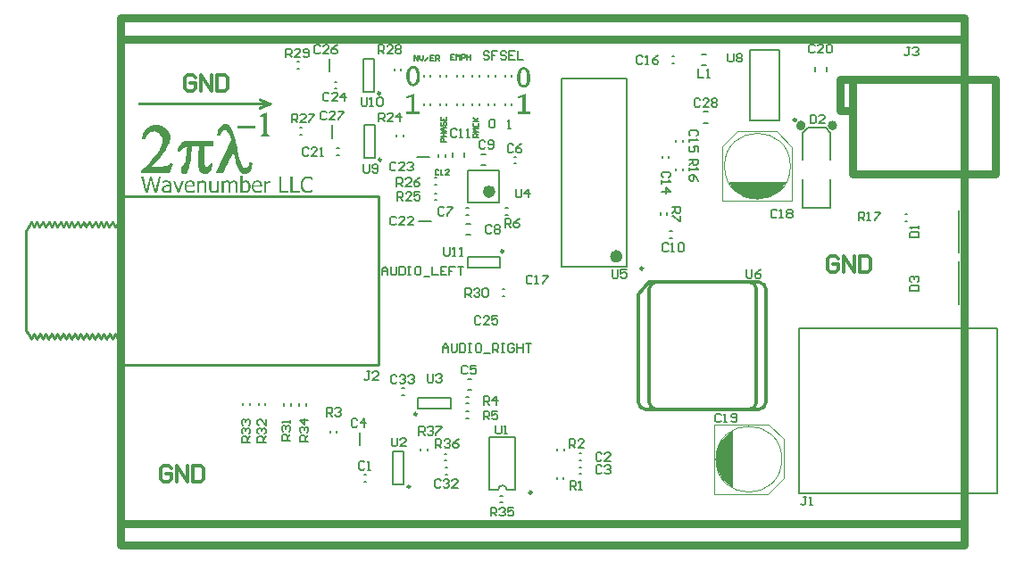
<source format=gto>
%FSLAX23Y23*%
%MOIN*%
G70*
G01*
G75*
G04 Layer_Color=65535*
%ADD10R,0.155X0.125*%
%ADD11R,0.033X0.031*%
%ADD12R,0.031X0.033*%
%ADD13R,0.043X0.055*%
%ADD14R,0.035X0.049*%
%ADD15R,0.049X0.035*%
%ADD16R,0.031X0.118*%
%ADD17R,0.118X0.031*%
%ADD18R,0.071X0.094*%
%ADD19R,0.125X0.050*%
%ADD20R,0.079X0.024*%
%ADD21R,0.094X0.110*%
%ADD22R,0.024X0.033*%
%ADD23R,0.083X0.130*%
%ADD24R,0.083X0.035*%
%ADD25R,0.120X0.050*%
%ADD26R,0.041X0.010*%
%ADD27R,0.081X0.024*%
%ADD28R,0.055X0.043*%
%ADD29R,0.033X0.024*%
%ADD30C,0.007*%
%ADD31C,0.010*%
%ADD32C,0.020*%
%ADD33C,0.050*%
%ADD34C,0.030*%
%ADD35C,0.118*%
%ADD36C,0.116*%
%ADD37C,0.059*%
%ADD38R,0.059X0.059*%
%ADD39C,0.100*%
%ADD40C,0.026*%
%ADD41C,0.004*%
%ADD42C,0.020*%
%ADD43C,0.024*%
%ADD44C,0.010*%
%ADD45C,0.012*%
%ADD46C,0.008*%
%ADD47C,0.008*%
%ADD48C,0.006*%
%ADD49C,0.005*%
G36*
X568Y-321D02*
Y-322D01*
X567Y-323D01*
X566Y-324D01*
X564Y-325D01*
X562Y-326D01*
X559Y-327D01*
X556Y-329D01*
X552Y-331D01*
X548Y-333D01*
X543Y-335D01*
X536Y-337D01*
X530Y-340D01*
X521Y-343D01*
X519D01*
X518Y-342D01*
X517Y-341D01*
X516Y-339D01*
X516Y-336D01*
X516Y-335D01*
X517Y-335D01*
X519Y-333D01*
X521Y-332D01*
X525Y-330D01*
X527Y-329D01*
X530Y-329D01*
Y-327D01*
X68D01*
X67Y-327D01*
X67Y-326D01*
X66Y-326D01*
Y-319D01*
Y-318D01*
X67Y-317D01*
X67Y-317D01*
X68Y-317D01*
X528D01*
Y-315D01*
X527D01*
X526Y-315D01*
X524Y-314D01*
X522Y-313D01*
X520Y-312D01*
X518Y-311D01*
X516Y-310D01*
X516Y-308D01*
Y-306D01*
Y-306D01*
X516Y-305D01*
X518Y-303D01*
X521Y-302D01*
X568Y-321D01*
D02*
G37*
G36*
X503Y-407D02*
X503Y-407D01*
Y-411D01*
Y-412D01*
X503Y-412D01*
X502Y-412D01*
X501Y-413D01*
X437D01*
X436Y-412D01*
X435Y-412D01*
X435Y-411D01*
Y-407D01*
Y-407D01*
X435Y-407D01*
X436Y-406D01*
X437Y-405D01*
X502D01*
X503Y-407D01*
D02*
G37*
G36*
X547Y-355D02*
X547Y-356D01*
X548Y-357D01*
Y-429D01*
Y-430D01*
Y-431D01*
X549Y-434D01*
X550Y-436D01*
X552Y-438D01*
X554Y-438D01*
X558Y-439D01*
X558Y-442D01*
Y-442D01*
Y-442D01*
X558Y-443D01*
X557Y-444D01*
X525D01*
X524Y-443D01*
X523Y-442D01*
X522Y-442D01*
X533Y-435D01*
X533Y-435D01*
X534Y-435D01*
X534Y-433D01*
Y-431D01*
Y-380D01*
Y-380D01*
Y-379D01*
Y-377D01*
X534Y-374D01*
X533Y-372D01*
X533Y-370D01*
X531Y-368D01*
X530Y-368D01*
X522Y-370D01*
X521Y-367D01*
Y-366D01*
X522Y-366D01*
X522Y-364D01*
X525Y-363D01*
X527Y-362D01*
X531Y-360D01*
X536Y-357D01*
X540Y-356D01*
X544Y-354D01*
X545D01*
X547Y-355D01*
D02*
G37*
G36*
X455Y-614D02*
X455Y-614D01*
X455Y-613D01*
X456Y-613D01*
X457Y-612D01*
X458Y-611D01*
X459Y-611D01*
X460Y-610D01*
X461Y-609D01*
X461Y-609D01*
X462Y-609D01*
X462Y-609D01*
X463Y-608D01*
X464Y-608D01*
X466Y-608D01*
X467Y-608D01*
X469Y-608D01*
X469D01*
X470Y-608D01*
X471Y-608D01*
X471Y-608D01*
X472Y-608D01*
X473Y-608D01*
X474Y-609D01*
X475Y-609D01*
X476Y-610D01*
X477Y-610D01*
X478Y-611D01*
X479Y-612D01*
X480Y-613D01*
X481Y-614D01*
X481Y-614D01*
X481Y-614D01*
X481Y-614D01*
X481Y-615D01*
X482Y-616D01*
X482Y-616D01*
X483Y-617D01*
X483Y-618D01*
X483Y-619D01*
X484Y-621D01*
X484Y-622D01*
X484Y-624D01*
X485Y-625D01*
X485Y-627D01*
X485Y-629D01*
X485Y-631D01*
Y-631D01*
Y-631D01*
Y-632D01*
X485Y-633D01*
X485Y-634D01*
X485Y-635D01*
X485Y-636D01*
X484Y-637D01*
X484Y-640D01*
X483Y-641D01*
X483Y-643D01*
X482Y-644D01*
X481Y-646D01*
X481Y-647D01*
X480Y-649D01*
X480Y-649D01*
X479Y-649D01*
X479Y-649D01*
X479Y-650D01*
X478Y-650D01*
X478Y-651D01*
X477Y-651D01*
X476Y-652D01*
X475Y-653D01*
X474Y-653D01*
X473Y-654D01*
X472Y-654D01*
X470Y-655D01*
X469Y-655D01*
X468Y-655D01*
X466Y-655D01*
X466D01*
X465Y-655D01*
X464D01*
X463Y-655D01*
X462Y-655D01*
X461Y-655D01*
X460Y-654D01*
X460D01*
X459Y-654D01*
X459Y-654D01*
X458Y-654D01*
X458Y-653D01*
X457Y-653D01*
X455Y-652D01*
X454Y-654D01*
X447D01*
Y-591D01*
X455D01*
Y-614D01*
D02*
G37*
G36*
X174Y-608D02*
X175Y-608D01*
X177Y-608D01*
X178Y-608D01*
X179Y-609D01*
X179D01*
X180Y-609D01*
X180Y-609D01*
X181Y-609D01*
X182Y-610D01*
X183Y-610D01*
X184Y-611D01*
X185Y-611D01*
X185Y-611D01*
X185Y-612D01*
X186Y-612D01*
X186Y-612D01*
X187Y-613D01*
X188Y-614D01*
X188Y-615D01*
X189Y-616D01*
X189Y-616D01*
X189Y-617D01*
X189Y-617D01*
X189Y-618D01*
X189Y-619D01*
X190Y-620D01*
X190Y-622D01*
X190Y-623D01*
Y-654D01*
X182D01*
Y-649D01*
X182D01*
X182Y-649D01*
X182Y-650D01*
X182Y-650D01*
X181Y-650D01*
X180Y-651D01*
X180Y-651D01*
X179Y-651D01*
X179Y-652D01*
X179Y-652D01*
X178Y-653D01*
X177Y-653D01*
X177D01*
X176Y-653D01*
X176Y-653D01*
X175Y-654D01*
X175Y-654D01*
X174Y-654D01*
X173Y-655D01*
X173D01*
X172Y-655D01*
X172Y-655D01*
X171Y-655D01*
X171Y-655D01*
X170Y-655D01*
X169Y-655D01*
X167D01*
X167Y-655D01*
X166Y-655D01*
X165Y-655D01*
X164Y-655D01*
X163Y-655D01*
X162Y-654D01*
X162Y-654D01*
X162Y-654D01*
X161Y-654D01*
X161Y-653D01*
X160Y-653D01*
X159Y-653D01*
X159Y-652D01*
X158Y-651D01*
X158Y-651D01*
X158Y-651D01*
X157Y-651D01*
X157Y-650D01*
X156Y-649D01*
X156Y-649D01*
X155Y-648D01*
X155Y-647D01*
X155Y-647D01*
X155Y-646D01*
X155Y-646D01*
X154Y-645D01*
X154Y-644D01*
X154Y-643D01*
X154Y-642D01*
X154Y-641D01*
Y-641D01*
Y-641D01*
Y-641D01*
Y-640D01*
X154Y-639D01*
X154Y-638D01*
X154Y-637D01*
X155Y-636D01*
X155Y-634D01*
X156Y-633D01*
X156Y-633D01*
X156Y-632D01*
X157Y-632D01*
X157Y-631D01*
X158Y-630D01*
X159Y-629D01*
X161Y-629D01*
X162Y-628D01*
X162D01*
X162Y-628D01*
X163Y-627D01*
X164Y-627D01*
X165Y-627D01*
X166Y-626D01*
X167Y-626D01*
X169Y-626D01*
X171Y-625D01*
X171D01*
X172Y-625D01*
X172D01*
X172Y-625D01*
X173Y-625D01*
X174Y-625D01*
X174Y-625D01*
X176Y-625D01*
X178Y-625D01*
X180Y-624D01*
X182Y-624D01*
Y-623D01*
Y-623D01*
Y-622D01*
Y-622D01*
X182Y-621D01*
X182Y-620D01*
X182Y-619D01*
X181Y-619D01*
Y-619D01*
X181Y-618D01*
X181Y-618D01*
X181Y-618D01*
X180Y-617D01*
X179Y-616D01*
X179Y-616D01*
X179Y-616D01*
X179Y-616D01*
X178Y-616D01*
X178Y-615D01*
X177Y-615D01*
X176Y-615D01*
X176D01*
X175Y-615D01*
X175D01*
X174Y-615D01*
X174Y-615D01*
X173D01*
X171Y-614D01*
X170D01*
X170Y-615D01*
X169Y-615D01*
X168Y-615D01*
X166Y-615D01*
X165Y-615D01*
X165D01*
X164Y-615D01*
X164Y-616D01*
X163Y-616D01*
X162Y-616D01*
X161Y-617D01*
X159Y-617D01*
X158Y-618D01*
X158D01*
Y-610D01*
X158D01*
X158Y-610D01*
X158Y-610D01*
X159Y-609D01*
X160Y-609D01*
X161Y-609D01*
X162Y-609D01*
X164Y-609D01*
X164D01*
X164Y-608D01*
X165Y-608D01*
X166Y-608D01*
X167Y-608D01*
X168Y-608D01*
X170Y-608D01*
X173D01*
X174Y-608D01*
D02*
G37*
G36*
X512Y-608D02*
X513Y-608D01*
X514Y-608D01*
X516Y-608D01*
X517Y-608D01*
X518Y-609D01*
X518Y-609D01*
X519Y-609D01*
X519Y-609D01*
X520Y-610D01*
X521Y-610D01*
X522Y-611D01*
X523Y-612D01*
X524Y-613D01*
X524Y-613D01*
X524Y-613D01*
X525Y-614D01*
X525Y-614D01*
X526Y-615D01*
X526Y-616D01*
X527Y-618D01*
X527Y-619D01*
X528Y-619D01*
X528Y-620D01*
X528Y-620D01*
X528Y-622D01*
X528Y-623D01*
X529Y-624D01*
X529Y-626D01*
X529Y-628D01*
Y-632D01*
X497D01*
Y-632D01*
Y-633D01*
Y-633D01*
X498Y-634D01*
Y-634D01*
X498Y-635D01*
X498Y-637D01*
X498Y-639D01*
X499Y-641D01*
X500Y-643D01*
X501Y-643D01*
X501Y-644D01*
X501Y-644D01*
X502Y-644D01*
X502Y-645D01*
X502Y-645D01*
X503Y-645D01*
X503Y-646D01*
X504Y-646D01*
X504Y-646D01*
X506Y-647D01*
X508Y-648D01*
X510Y-648D01*
X511Y-648D01*
X512Y-648D01*
X513D01*
X514Y-648D01*
X515D01*
X516Y-648D01*
X517Y-648D01*
X517D01*
X518Y-648D01*
X518Y-648D01*
X519Y-647D01*
X519Y-647D01*
X520Y-647D01*
X522Y-646D01*
X522Y-646D01*
X522Y-646D01*
X522Y-646D01*
X523Y-646D01*
X524Y-645D01*
X525Y-645D01*
X525D01*
X525Y-644D01*
X526Y-644D01*
X526Y-644D01*
X527Y-644D01*
X527Y-643D01*
X528D01*
Y-651D01*
X528D01*
X528Y-651D01*
X527Y-651D01*
X527Y-652D01*
X527Y-652D01*
X526Y-652D01*
X525Y-653D01*
X524D01*
X524Y-653D01*
X524Y-653D01*
X523Y-653D01*
X522Y-653D01*
X521Y-654D01*
X521D01*
X521Y-654D01*
X520Y-654D01*
X520Y-654D01*
X519Y-654D01*
X518Y-654D01*
X517Y-655D01*
X517D01*
X517Y-655D01*
X516D01*
X516Y-655D01*
X515Y-655D01*
X514D01*
X513Y-655D01*
X512D01*
X511Y-655D01*
X511D01*
X510Y-655D01*
X509Y-655D01*
X508Y-655D01*
X506Y-654D01*
X505Y-654D01*
X504Y-654D01*
X502Y-653D01*
X501Y-653D01*
X499Y-652D01*
X498Y-651D01*
X497Y-650D01*
X496Y-649D01*
X496Y-649D01*
X495Y-649D01*
X495Y-648D01*
X495Y-648D01*
X494Y-647D01*
X494Y-647D01*
X493Y-646D01*
X493Y-645D01*
X492Y-643D01*
X492Y-642D01*
X491Y-641D01*
X491Y-639D01*
X490Y-637D01*
X490Y-636D01*
X490Y-634D01*
X490Y-632D01*
Y-632D01*
Y-631D01*
Y-631D01*
X490Y-630D01*
X490Y-629D01*
X490Y-628D01*
X490Y-627D01*
X491Y-625D01*
X491Y-624D01*
X491Y-623D01*
X492Y-621D01*
X492Y-620D01*
X493Y-618D01*
X494Y-617D01*
X495Y-615D01*
X495Y-614D01*
X496Y-614D01*
X496Y-614D01*
X496Y-614D01*
X497Y-613D01*
X497Y-613D01*
X498Y-612D01*
X499Y-612D01*
X500Y-611D01*
X501Y-610D01*
X502Y-610D01*
X503Y-609D01*
X504Y-609D01*
X506Y-608D01*
X507Y-608D01*
X509Y-608D01*
X511Y-608D01*
X511D01*
X512Y-608D01*
D02*
G37*
G36*
X261D02*
X262Y-608D01*
X263Y-608D01*
X264Y-608D01*
X266Y-608D01*
X267Y-609D01*
X267Y-609D01*
X268Y-609D01*
X268Y-609D01*
X269Y-610D01*
X270Y-610D01*
X271Y-611D01*
X272Y-612D01*
X273Y-613D01*
X273Y-613D01*
X273Y-613D01*
X273Y-614D01*
X274Y-614D01*
X275Y-615D01*
X275Y-616D01*
X276Y-618D01*
X276Y-619D01*
X276Y-619D01*
X277Y-620D01*
X277Y-620D01*
X277Y-622D01*
X277Y-623D01*
X278Y-624D01*
X278Y-626D01*
X278Y-628D01*
Y-632D01*
X246D01*
Y-632D01*
Y-633D01*
Y-633D01*
X246Y-634D01*
Y-634D01*
X247Y-635D01*
X247Y-637D01*
X247Y-639D01*
X248Y-641D01*
X249Y-643D01*
X250Y-643D01*
X250Y-644D01*
X250Y-644D01*
X250Y-644D01*
X251Y-645D01*
X251Y-645D01*
X251Y-645D01*
X252Y-646D01*
X253Y-646D01*
X253Y-646D01*
X255Y-647D01*
X257Y-648D01*
X259Y-648D01*
X260Y-648D01*
X261Y-648D01*
X262D01*
X263Y-648D01*
X264D01*
X264Y-648D01*
X266Y-648D01*
X266D01*
X267Y-648D01*
X267Y-648D01*
X268Y-647D01*
X268Y-647D01*
X269Y-647D01*
X271Y-646D01*
X271Y-646D01*
X271Y-646D01*
X271Y-646D01*
X272Y-646D01*
X273Y-645D01*
X274Y-645D01*
X274D01*
X274Y-644D01*
X275Y-644D01*
X275Y-644D01*
X276Y-644D01*
X276Y-643D01*
X277D01*
Y-651D01*
X277D01*
X277Y-651D01*
X276Y-651D01*
X276Y-652D01*
X275Y-652D01*
X275Y-652D01*
X273Y-653D01*
X273D01*
X273Y-653D01*
X273Y-653D01*
X272Y-653D01*
X271Y-653D01*
X270Y-654D01*
X270D01*
X270Y-654D01*
X269Y-654D01*
X269Y-654D01*
X268Y-654D01*
X267Y-654D01*
X266Y-655D01*
X266D01*
X266Y-655D01*
X265D01*
X265Y-655D01*
X264Y-655D01*
X263D01*
X262Y-655D01*
X261D01*
X260Y-655D01*
X260D01*
X259Y-655D01*
X258Y-655D01*
X256Y-655D01*
X255Y-654D01*
X254Y-654D01*
X253Y-654D01*
X251Y-653D01*
X250Y-653D01*
X248Y-652D01*
X247Y-651D01*
X246Y-650D01*
X245Y-649D01*
X244Y-649D01*
X244Y-649D01*
X244Y-648D01*
X244Y-648D01*
X243Y-647D01*
X243Y-647D01*
X242Y-646D01*
X242Y-645D01*
X241Y-643D01*
X240Y-642D01*
X240Y-641D01*
X240Y-639D01*
X239Y-637D01*
X239Y-636D01*
X239Y-634D01*
X239Y-632D01*
Y-632D01*
Y-631D01*
Y-631D01*
X239Y-630D01*
X239Y-629D01*
X239Y-628D01*
X239Y-627D01*
X239Y-625D01*
X240Y-624D01*
X240Y-623D01*
X240Y-621D01*
X241Y-620D01*
X242Y-618D01*
X242Y-617D01*
X243Y-615D01*
X244Y-614D01*
X244Y-614D01*
X245Y-614D01*
X245Y-614D01*
X245Y-613D01*
X246Y-613D01*
X247Y-612D01*
X248Y-612D01*
X248Y-611D01*
X249Y-610D01*
X251Y-610D01*
X252Y-609D01*
X253Y-609D01*
X255Y-608D01*
X256Y-608D01*
X258Y-608D01*
X260Y-608D01*
X260D01*
X261Y-608D01*
D02*
G37*
G36*
X1512Y-351D02*
X1531D01*
Y-360D01*
X1482D01*
Y-351D01*
X1501D01*
Y-298D01*
X1482Y-302D01*
Y-295D01*
X1512Y-285D01*
Y-351D01*
D02*
G37*
G36*
X1098D02*
X1117D01*
Y-360D01*
X1068D01*
Y-351D01*
X1087D01*
Y-298D01*
X1068Y-302D01*
Y-295D01*
X1098Y-285D01*
Y-351D01*
D02*
G37*
G36*
X1093Y-180D02*
X1094Y-180D01*
X1095Y-180D01*
X1096Y-180D01*
X1097Y-180D01*
X1099Y-181D01*
X1100Y-181D01*
X1102Y-182D01*
X1103Y-183D01*
X1105Y-184D01*
X1106Y-185D01*
X1108Y-186D01*
X1109Y-188D01*
X1111Y-190D01*
X1111Y-190D01*
X1111Y-190D01*
X1111Y-191D01*
X1112Y-192D01*
X1112Y-193D01*
X1113Y-194D01*
X1113Y-196D01*
X1114Y-197D01*
X1115Y-199D01*
X1115Y-201D01*
X1116Y-204D01*
X1116Y-206D01*
X1117Y-209D01*
X1117Y-211D01*
X1117Y-214D01*
X1117Y-218D01*
Y-218D01*
Y-218D01*
Y-218D01*
Y-218D01*
Y-219D01*
X1117Y-219D01*
Y-220D01*
X1117Y-222D01*
X1117Y-224D01*
X1117Y-225D01*
X1117Y-228D01*
X1116Y-230D01*
X1116Y-232D01*
X1115Y-234D01*
X1115Y-237D01*
X1114Y-239D01*
X1113Y-241D01*
X1112Y-243D01*
X1111Y-245D01*
X1111Y-245D01*
X1110Y-246D01*
X1110Y-246D01*
X1109Y-247D01*
X1109Y-248D01*
X1108Y-249D01*
X1107Y-250D01*
X1106Y-251D01*
X1105Y-252D01*
X1103Y-252D01*
X1102Y-253D01*
X1100Y-254D01*
X1098Y-255D01*
X1096Y-255D01*
X1094Y-256D01*
X1092Y-256D01*
X1092D01*
X1091Y-256D01*
X1090Y-256D01*
X1089Y-255D01*
X1088Y-255D01*
X1087Y-255D01*
X1086Y-254D01*
X1084Y-254D01*
X1083Y-253D01*
X1081Y-252D01*
X1079Y-251D01*
X1078Y-250D01*
X1076Y-249D01*
X1075Y-247D01*
X1074Y-245D01*
X1074Y-245D01*
X1073Y-245D01*
X1073Y-244D01*
X1073Y-243D01*
X1072Y-242D01*
X1072Y-241D01*
X1071Y-240D01*
X1070Y-238D01*
X1070Y-236D01*
X1069Y-234D01*
X1069Y-232D01*
X1068Y-229D01*
X1068Y-227D01*
X1067Y-224D01*
X1067Y-221D01*
X1067Y-218D01*
Y-217D01*
Y-217D01*
Y-217D01*
Y-217D01*
Y-216D01*
X1067Y-216D01*
Y-215D01*
X1067Y-213D01*
X1067Y-212D01*
X1068Y-210D01*
X1068Y-208D01*
X1068Y-205D01*
X1069Y-203D01*
X1069Y-201D01*
X1070Y-199D01*
X1071Y-196D01*
X1071Y-194D01*
X1073Y-192D01*
X1074Y-190D01*
X1074Y-190D01*
X1074Y-189D01*
X1074Y-189D01*
X1075Y-188D01*
X1076Y-187D01*
X1076Y-187D01*
X1077Y-186D01*
X1079Y-185D01*
X1080Y-184D01*
X1081Y-183D01*
X1083Y-182D01*
X1084Y-181D01*
X1086Y-180D01*
X1088Y-180D01*
X1090Y-180D01*
X1092Y-179D01*
X1093D01*
X1093Y-180D01*
D02*
G37*
G36*
X1506Y-185D02*
X1507Y-185D01*
X1508Y-185D01*
X1509Y-185D01*
X1510Y-185D01*
X1512Y-186D01*
X1513Y-186D01*
X1515Y-187D01*
X1516Y-188D01*
X1518Y-189D01*
X1519Y-190D01*
X1521Y-191D01*
X1522Y-193D01*
X1524Y-195D01*
X1524Y-195D01*
X1524Y-195D01*
X1524Y-196D01*
X1525Y-197D01*
X1525Y-198D01*
X1526Y-199D01*
X1526Y-201D01*
X1527Y-202D01*
X1528Y-204D01*
X1528Y-206D01*
X1529Y-209D01*
X1529Y-211D01*
X1530Y-214D01*
X1530Y-216D01*
X1530Y-219D01*
X1530Y-223D01*
Y-223D01*
Y-223D01*
Y-223D01*
Y-223D01*
Y-224D01*
X1530Y-224D01*
Y-225D01*
X1530Y-227D01*
X1530Y-229D01*
X1530Y-230D01*
X1530Y-233D01*
X1529Y-235D01*
X1529Y-237D01*
X1528Y-239D01*
X1528Y-242D01*
X1527Y-244D01*
X1526Y-246D01*
X1525Y-248D01*
X1524Y-250D01*
X1524Y-250D01*
X1523Y-251D01*
X1523Y-251D01*
X1522Y-252D01*
X1522Y-253D01*
X1521Y-254D01*
X1520Y-255D01*
X1519Y-256D01*
X1518Y-257D01*
X1516Y-257D01*
X1515Y-258D01*
X1513Y-259D01*
X1511Y-260D01*
X1509Y-260D01*
X1507Y-261D01*
X1505Y-261D01*
X1505D01*
X1504Y-261D01*
X1503Y-261D01*
X1502Y-260D01*
X1501Y-260D01*
X1500Y-260D01*
X1499Y-259D01*
X1497Y-259D01*
X1496Y-258D01*
X1494Y-257D01*
X1492Y-256D01*
X1491Y-255D01*
X1489Y-254D01*
X1488Y-252D01*
X1487Y-250D01*
X1487Y-250D01*
X1486Y-250D01*
X1486Y-249D01*
X1486Y-248D01*
X1485Y-247D01*
X1485Y-246D01*
X1484Y-245D01*
X1483Y-243D01*
X1483Y-241D01*
X1482Y-239D01*
X1482Y-237D01*
X1481Y-234D01*
X1481Y-232D01*
X1480Y-229D01*
X1480Y-226D01*
X1480Y-223D01*
Y-222D01*
Y-222D01*
Y-222D01*
Y-222D01*
Y-221D01*
X1480Y-221D01*
Y-220D01*
X1480Y-218D01*
X1480Y-217D01*
X1481Y-215D01*
X1481Y-213D01*
X1481Y-210D01*
X1482Y-208D01*
X1482Y-206D01*
X1483Y-204D01*
X1484Y-201D01*
X1484Y-199D01*
X1486Y-197D01*
X1487Y-195D01*
X1487Y-195D01*
X1487Y-194D01*
X1487Y-194D01*
X1488Y-193D01*
X1489Y-192D01*
X1489Y-192D01*
X1490Y-191D01*
X1492Y-190D01*
X1493Y-189D01*
X1494Y-188D01*
X1496Y-187D01*
X1497Y-186D01*
X1499Y-185D01*
X1501Y-185D01*
X1503Y-185D01*
X1505Y-184D01*
X1506D01*
X1506Y-185D01*
D02*
G37*
G36*
X145Y-401D02*
X150Y-403D01*
X157Y-405D01*
X161Y-407D01*
X164Y-410D01*
X169Y-414D01*
X172Y-417D01*
X176Y-421D01*
X179Y-426D01*
X183Y-433D01*
X185Y-439D01*
Y-451D01*
Y-452D01*
Y-453D01*
X184Y-456D01*
X184Y-458D01*
X183Y-462D01*
X182Y-467D01*
X179Y-472D01*
X176Y-478D01*
X173Y-485D01*
X169Y-493D01*
X163Y-501D01*
X156Y-510D01*
X149Y-520D01*
X140Y-530D01*
X130Y-541D01*
X117Y-553D01*
X114Y-557D01*
X147D01*
X151Y-557D01*
X154D01*
X162Y-555D01*
X170Y-554D01*
X174Y-553D01*
X177Y-552D01*
X180Y-550D01*
X182Y-549D01*
X184Y-547D01*
X184Y-545D01*
X186Y-544D01*
X193D01*
X194Y-544D01*
X194Y-544D01*
X195Y-546D01*
Y-547D01*
Y-548D01*
X194Y-549D01*
X194Y-550D01*
X193Y-553D01*
X191Y-558D01*
X190Y-564D01*
X188Y-570D01*
X185Y-576D01*
X184Y-578D01*
X183Y-580D01*
X182Y-581D01*
X182Y-581D01*
X78D01*
X77Y-581D01*
X76Y-580D01*
X76Y-578D01*
Y-572D01*
X77Y-571D01*
X79Y-569D01*
X83Y-565D01*
X89Y-560D01*
X95Y-554D01*
X102Y-547D01*
X109Y-539D01*
X117Y-530D01*
X132Y-512D01*
X139Y-503D01*
X145Y-494D01*
X150Y-484D01*
X154Y-476D01*
X157Y-468D01*
X158Y-460D01*
Y-459D01*
Y-458D01*
X157Y-456D01*
X156Y-451D01*
X154Y-445D01*
X151Y-440D01*
X148Y-437D01*
X146Y-434D01*
X142Y-431D01*
X139Y-429D01*
X134Y-426D01*
X129Y-424D01*
X125D01*
X123Y-425D01*
X119Y-426D01*
X113Y-428D01*
X108Y-431D01*
X105Y-434D01*
X101Y-437D01*
X98Y-440D01*
X95Y-444D01*
X93Y-449D01*
X90Y-454D01*
X82D01*
X82Y-453D01*
X81Y-452D01*
X80Y-451D01*
Y-450D01*
Y-449D01*
Y-447D01*
X81Y-445D01*
X83Y-440D01*
X84Y-433D01*
X89Y-425D01*
X91Y-421D01*
X94Y-417D01*
X98Y-413D01*
X103Y-410D01*
X108Y-406D01*
X114Y-403D01*
X115D01*
X116Y-403D01*
X117D01*
X119Y-402D01*
X123Y-401D01*
X127Y-401D01*
X142D01*
X145Y-401D01*
D02*
G37*
G36*
X399Y-397D02*
X400Y-398D01*
X403Y-400D01*
X405Y-401D01*
X407Y-405D01*
X410Y-408D01*
X414Y-414D01*
X417Y-420D01*
X420Y-428D01*
X424Y-437D01*
X426Y-447D01*
X430Y-461D01*
X431Y-468D01*
X433Y-475D01*
X435Y-484D01*
X436Y-492D01*
Y-493D01*
X437Y-495D01*
X438Y-498D01*
X438Y-502D01*
X440Y-508D01*
X441Y-513D01*
X444Y-526D01*
X449Y-539D01*
X451Y-544D01*
X453Y-550D01*
X455Y-554D01*
X458Y-558D01*
X460Y-559D01*
X462Y-561D01*
X470D01*
X470Y-560D01*
X472Y-559D01*
X473Y-558D01*
X475Y-555D01*
X477Y-553D01*
X479Y-549D01*
X481Y-545D01*
X481Y-540D01*
X489D01*
X490Y-541D01*
X491Y-541D01*
X492Y-544D01*
Y-546D01*
Y-547D01*
Y-548D01*
Y-549D01*
X491Y-551D01*
X491Y-557D01*
X489Y-563D01*
X487Y-570D01*
X483Y-576D01*
X478Y-581D01*
X475Y-582D01*
X471Y-584D01*
X460D01*
X456Y-583D01*
X454Y-582D01*
X452Y-581D01*
X450Y-578D01*
X447Y-576D01*
X444Y-572D01*
X442Y-568D01*
X439Y-563D01*
X436Y-557D01*
X433Y-549D01*
X431Y-540D01*
X429Y-530D01*
X427Y-519D01*
Y-518D01*
X426Y-518D01*
X426Y-516D01*
X426Y-515D01*
X424Y-511D01*
X424Y-507D01*
X423Y-500D01*
X421D01*
Y-501D01*
X421Y-502D01*
X421Y-502D01*
X419Y-504D01*
X419Y-507D01*
X417Y-510D01*
X415Y-514D01*
X413Y-519D01*
X410Y-525D01*
X407Y-531D01*
X403Y-539D01*
X399Y-548D01*
X394Y-558D01*
X389Y-568D01*
X382Y-581D01*
X356D01*
X356Y-581D01*
X356Y-580D01*
X355Y-578D01*
Y-577D01*
X412Y-456D01*
Y-456D01*
X412Y-454D01*
X412Y-452D01*
X411Y-451D01*
X410Y-444D01*
X407Y-438D01*
X404Y-431D01*
X400Y-426D01*
X398Y-424D01*
X396Y-421D01*
X394Y-421D01*
X391Y-420D01*
X385D01*
X384Y-421D01*
X383Y-421D01*
X382Y-422D01*
X380Y-424D01*
X377Y-428D01*
X375Y-432D01*
X373Y-438D01*
Y-438D01*
X373Y-440D01*
X372Y-441D01*
X370Y-442D01*
X363D01*
X363Y-441D01*
X362Y-440D01*
X361Y-439D01*
Y-438D01*
Y-438D01*
Y-435D01*
X362Y-433D01*
X363Y-428D01*
X364Y-421D01*
X368Y-413D01*
X372Y-407D01*
X375Y-403D01*
X379Y-400D01*
X382Y-398D01*
X387Y-396D01*
X398D01*
X399Y-397D01*
D02*
G37*
G36*
X345Y-461D02*
X345Y-461D01*
Y-479D01*
Y-480D01*
X345Y-481D01*
X344Y-481D01*
X343Y-482D01*
X313D01*
X312Y-493D01*
Y-541D01*
Y-542D01*
Y-544D01*
X312Y-547D01*
X313Y-549D01*
X315Y-552D01*
X317Y-554D01*
X319Y-557D01*
X324Y-557D01*
X326D01*
X326Y-557D01*
X328Y-555D01*
X329Y-553D01*
X331Y-552D01*
X333Y-548D01*
X336Y-544D01*
X342D01*
X343Y-544D01*
X343Y-544D01*
X343Y-546D01*
Y-549D01*
Y-550D01*
Y-551D01*
X343Y-553D01*
X343Y-555D01*
X341Y-561D01*
X339Y-567D01*
X336Y-573D01*
X331Y-578D01*
X329Y-581D01*
X326Y-582D01*
X322Y-584D01*
X319Y-584D01*
X311D01*
X308Y-584D01*
X305Y-582D01*
X301Y-579D01*
X299Y-576D01*
X296Y-574D01*
X294Y-571D01*
X293Y-567D01*
X292Y-562D01*
X290Y-556D01*
X290Y-550D01*
X289Y-543D01*
Y-542D01*
Y-541D01*
Y-539D01*
Y-538D01*
Y-535D01*
Y-531D01*
X290Y-524D01*
X290Y-515D01*
X291Y-504D01*
X292Y-493D01*
X293Y-482D01*
X266D01*
Y-482D01*
Y-483D01*
Y-484D01*
Y-486D01*
X266Y-491D01*
X265Y-498D01*
X264Y-506D01*
X264Y-515D01*
X262Y-524D01*
X262Y-533D01*
X260Y-543D01*
X258Y-552D01*
X256Y-561D01*
X254Y-568D01*
X251Y-575D01*
X249Y-580D01*
X247Y-581D01*
X245Y-583D01*
X243Y-584D01*
X242Y-584D01*
X233D01*
X231Y-584D01*
X229Y-582D01*
X228Y-581D01*
X226Y-579D01*
X225Y-576D01*
X225Y-572D01*
Y-568D01*
X225Y-567D01*
X226Y-566D01*
X227Y-563D01*
X228Y-559D01*
X231Y-554D01*
X234Y-551D01*
X236Y-547D01*
X238Y-543D01*
X242Y-538D01*
Y-538D01*
X242Y-537D01*
X243Y-534D01*
X243Y-529D01*
X244Y-522D01*
X246Y-515D01*
X247Y-505D01*
X248Y-494D01*
X249Y-482D01*
X248D01*
X245Y-482D01*
X243Y-483D01*
X239Y-484D01*
X235Y-486D01*
X230Y-489D01*
X226Y-494D01*
X221Y-500D01*
X213D01*
X212Y-500D01*
X212Y-498D01*
X211Y-496D01*
Y-496D01*
X212Y-495D01*
X212Y-493D01*
X213Y-491D01*
X215Y-485D01*
X220Y-478D01*
X225Y-471D01*
X230Y-465D01*
X234Y-463D01*
X238Y-461D01*
X243Y-460D01*
X247Y-460D01*
X344D01*
X345Y-461D01*
D02*
G37*
G36*
X601Y-647D02*
X628D01*
Y-654D01*
X593D01*
Y-594D01*
X601D01*
Y-647D01*
D02*
G37*
G36*
X701Y-593D02*
X702D01*
X703Y-593D01*
X705Y-593D01*
X705D01*
X705Y-593D01*
X706Y-593D01*
X706Y-593D01*
X707Y-594D01*
X708Y-594D01*
X709Y-594D01*
X710D01*
X710Y-594D01*
X710Y-595D01*
X711Y-595D01*
X711Y-595D01*
X712Y-595D01*
X713Y-596D01*
X714D01*
X714Y-596D01*
X714Y-596D01*
X715Y-596D01*
X715Y-597D01*
X716Y-597D01*
X718Y-598D01*
Y-607D01*
X717D01*
X717Y-607D01*
X717Y-607D01*
X716Y-607D01*
X716Y-607D01*
X715Y-606D01*
X714Y-605D01*
X714Y-605D01*
X714Y-605D01*
X713Y-605D01*
X713Y-604D01*
X712Y-604D01*
X712Y-603D01*
X711Y-603D01*
X710Y-603D01*
X710Y-602D01*
X710Y-602D01*
X709Y-602D01*
X709Y-602D01*
X708Y-601D01*
X707Y-601D01*
X706Y-601D01*
X705Y-600D01*
X705D01*
X705Y-600D01*
X704Y-600D01*
X703Y-600D01*
X702Y-600D01*
X701Y-600D01*
X700Y-600D01*
X698D01*
X697Y-600D01*
X697Y-600D01*
X695Y-600D01*
X694Y-600D01*
X693Y-601D01*
X692Y-601D01*
X691Y-601D01*
X691Y-602D01*
X690Y-602D01*
X690Y-602D01*
X689Y-603D01*
X688Y-604D01*
X687Y-605D01*
X686Y-606D01*
X685Y-606D01*
X685Y-606D01*
X685Y-607D01*
X684Y-608D01*
X683Y-609D01*
X683Y-610D01*
X682Y-612D01*
X682Y-614D01*
Y-614D01*
X682Y-614D01*
X681Y-614D01*
X681Y-614D01*
X681Y-615D01*
X681Y-615D01*
X681Y-617D01*
X681Y-618D01*
X680Y-620D01*
X680Y-622D01*
X680Y-624D01*
Y-624D01*
Y-624D01*
Y-625D01*
Y-625D01*
X680Y-626D01*
Y-626D01*
X680Y-628D01*
X681Y-629D01*
X681Y-631D01*
X681Y-633D01*
X682Y-635D01*
Y-635D01*
X682Y-635D01*
X682Y-635D01*
X682Y-635D01*
X682Y-636D01*
X683Y-637D01*
X683Y-638D01*
X684Y-640D01*
X685Y-641D01*
X686Y-642D01*
X686Y-642D01*
X686Y-643D01*
X687Y-643D01*
X687Y-644D01*
X688Y-645D01*
X689Y-645D01*
X690Y-646D01*
X692Y-647D01*
X692Y-647D01*
X692Y-647D01*
X693Y-647D01*
X694Y-647D01*
X695Y-648D01*
X696Y-648D01*
X697Y-648D01*
X699Y-648D01*
X699D01*
X700Y-648D01*
X701D01*
X702Y-648D01*
X703Y-648D01*
X705Y-647D01*
X705D01*
X706Y-647D01*
X706Y-647D01*
X707Y-647D01*
X708Y-646D01*
X709Y-646D01*
X710Y-645D01*
X711Y-645D01*
X711Y-645D01*
X711Y-645D01*
X712Y-644D01*
X713Y-644D01*
X714Y-643D01*
X714Y-643D01*
X715Y-642D01*
X715Y-642D01*
X715Y-642D01*
X716Y-641D01*
X717Y-640D01*
X718D01*
Y-650D01*
X717D01*
X717Y-650D01*
X717Y-650D01*
X716Y-651D01*
X716Y-651D01*
X715Y-651D01*
X714Y-652D01*
X714D01*
X713Y-652D01*
X713Y-652D01*
X713Y-652D01*
X712Y-653D01*
X711Y-653D01*
X710Y-653D01*
X709Y-653D01*
X709D01*
X709Y-654D01*
X709Y-654D01*
X708Y-654D01*
X707Y-654D01*
X706Y-654D01*
X705Y-655D01*
X705D01*
X704Y-655D01*
X704Y-655D01*
X703Y-655D01*
X702Y-655D01*
X701Y-655D01*
X700Y-655D01*
X698D01*
X697Y-655D01*
X697D01*
X695Y-655D01*
X694Y-655D01*
X692Y-654D01*
X690Y-654D01*
X688Y-653D01*
X688D01*
X688Y-653D01*
X687Y-653D01*
X687Y-653D01*
X686Y-652D01*
X685Y-652D01*
X684Y-651D01*
X682Y-650D01*
X681Y-649D01*
X679Y-647D01*
Y-647D01*
X679Y-647D01*
X679Y-647D01*
X679Y-647D01*
X678Y-646D01*
X677Y-645D01*
X676Y-643D01*
X676Y-642D01*
X675Y-640D01*
X674Y-638D01*
Y-637D01*
X674Y-637D01*
X674Y-637D01*
X673Y-636D01*
X673Y-636D01*
X673Y-635D01*
X673Y-634D01*
X673Y-634D01*
X673Y-633D01*
X672Y-632D01*
X672Y-629D01*
X672Y-627D01*
X672Y-624D01*
Y-624D01*
Y-624D01*
Y-623D01*
Y-623D01*
X672Y-622D01*
Y-621D01*
X672Y-620D01*
X672Y-620D01*
X672Y-617D01*
X673Y-615D01*
X673Y-613D01*
X674Y-611D01*
Y-611D01*
X674Y-611D01*
X674Y-610D01*
X674Y-610D01*
X674Y-609D01*
X675Y-609D01*
X675Y-608D01*
X676Y-606D01*
X677Y-604D01*
X678Y-603D01*
X679Y-601D01*
X679Y-601D01*
X680Y-601D01*
X680Y-600D01*
X681Y-600D01*
X682Y-599D01*
X683Y-598D01*
X684Y-597D01*
X686Y-596D01*
X688Y-595D01*
X688D01*
X688Y-595D01*
X688Y-595D01*
X689Y-595D01*
X689Y-594D01*
X690Y-594D01*
X691Y-594D01*
X693Y-593D01*
X695Y-593D01*
X697Y-593D01*
X699Y-593D01*
X700D01*
X701Y-593D01*
D02*
G37*
G36*
X2287Y-1756D02*
X2283D01*
X2272Y-1744D01*
X2268D01*
X2256Y-1732D01*
Y-1732D01*
X2244Y-1720D01*
Y-1713D01*
X2236Y-1705D01*
X2228Y-1689D01*
Y-1673D01*
X2224Y-1669D01*
Y-1630D01*
X2228Y-1610D01*
X2232Y-1606D01*
Y-1598D01*
X2240Y-1587D01*
X2244Y-1579D01*
X2264Y-1559D01*
X2283Y-1543D01*
X2287D01*
Y-1756D01*
D02*
G37*
G36*
X559Y-609D02*
X559D01*
X559Y-609D01*
X560D01*
X560Y-609D01*
Y-617D01*
X560D01*
X559Y-617D01*
X559Y-617D01*
X558Y-617D01*
X558D01*
X558Y-617D01*
X555D01*
X555Y-617D01*
X554Y-617D01*
X553Y-617D01*
X552Y-617D01*
X551Y-618D01*
X550Y-618D01*
X550Y-618D01*
X549Y-618D01*
X549Y-619D01*
X548Y-619D01*
X547Y-620D01*
X546Y-620D01*
X545Y-621D01*
X544Y-622D01*
Y-654D01*
X536D01*
Y-609D01*
X544D01*
Y-616D01*
X544Y-616D01*
X544Y-615D01*
X545Y-615D01*
X545Y-614D01*
X546Y-614D01*
X548Y-613D01*
X549Y-612D01*
X550Y-611D01*
X551Y-610D01*
X551Y-610D01*
X552Y-610D01*
X552Y-610D01*
X553Y-610D01*
X554Y-609D01*
X555Y-609D01*
X556Y-609D01*
X557Y-609D01*
X559D01*
X559Y-609D01*
D02*
G37*
G36*
X308Y-608D02*
X308Y-608D01*
X309Y-608D01*
X310Y-608D01*
X312Y-609D01*
X314Y-609D01*
X315Y-610D01*
X315Y-611D01*
X316Y-611D01*
X317Y-612D01*
X317Y-612D01*
X317Y-612D01*
X317Y-613D01*
X318Y-613D01*
X318Y-613D01*
X318Y-614D01*
X319Y-615D01*
X319Y-615D01*
X319Y-616D01*
X320Y-617D01*
X320Y-618D01*
X320Y-619D01*
X320Y-621D01*
X321Y-622D01*
X321Y-623D01*
Y-625D01*
Y-654D01*
X313D01*
Y-628D01*
Y-628D01*
Y-628D01*
Y-627D01*
Y-626D01*
X313Y-626D01*
X313Y-625D01*
X313Y-623D01*
Y-623D01*
X313Y-622D01*
X313Y-622D01*
X313Y-621D01*
X312Y-620D01*
X312Y-619D01*
X312Y-618D01*
Y-618D01*
X312Y-618D01*
X311Y-618D01*
X311Y-617D01*
X310Y-616D01*
X310Y-616D01*
X309Y-616D01*
X309D01*
X309Y-616D01*
X308Y-615D01*
X308Y-615D01*
X307Y-615D01*
X306Y-615D01*
X306Y-615D01*
X304D01*
X303Y-615D01*
X303Y-615D01*
X302Y-615D01*
X301Y-616D01*
X300Y-616D01*
X299Y-616D01*
X299Y-617D01*
X298Y-617D01*
X298Y-617D01*
X297Y-618D01*
X296Y-618D01*
X295Y-619D01*
X294Y-620D01*
X293Y-620D01*
Y-654D01*
X285D01*
Y-609D01*
X293D01*
Y-614D01*
X293Y-614D01*
X293Y-613D01*
X294Y-613D01*
X295Y-612D01*
X296Y-611D01*
X297Y-611D01*
X298Y-610D01*
X300Y-609D01*
X300Y-609D01*
X300Y-609D01*
X301Y-609D01*
X302Y-608D01*
X303Y-608D01*
X304Y-608D01*
X305Y-608D01*
X307Y-608D01*
X307D01*
X308Y-608D01*
D02*
G37*
G36*
X424D02*
X425D01*
X426Y-608D01*
X427Y-608D01*
X428Y-608D01*
X428Y-609D01*
X429D01*
X429Y-609D01*
X429Y-609D01*
X430Y-609D01*
X431Y-610D01*
X431Y-610D01*
X432Y-611D01*
X433Y-612D01*
X433Y-612D01*
X433Y-612D01*
X433Y-612D01*
X434Y-613D01*
X434Y-614D01*
X435Y-615D01*
X435Y-616D01*
X436Y-617D01*
X436Y-617D01*
X436Y-617D01*
X436Y-618D01*
X436Y-619D01*
X436Y-620D01*
X436Y-621D01*
X437Y-623D01*
Y-624D01*
Y-654D01*
X429D01*
Y-628D01*
Y-628D01*
Y-627D01*
Y-627D01*
Y-626D01*
X429Y-625D01*
Y-624D01*
X429Y-622D01*
Y-622D01*
X429Y-622D01*
Y-621D01*
X428Y-621D01*
X428Y-619D01*
X428Y-619D01*
X428Y-618D01*
Y-618D01*
X427Y-618D01*
X427Y-617D01*
X427Y-617D01*
X426Y-616D01*
X425Y-616D01*
X425D01*
X425Y-616D01*
X425Y-615D01*
X424Y-615D01*
X424Y-615D01*
X423Y-615D01*
X422Y-615D01*
X421D01*
X420Y-615D01*
X420Y-615D01*
X419Y-615D01*
X418Y-616D01*
X417Y-616D01*
X416Y-616D01*
X416Y-616D01*
X416Y-617D01*
X415Y-617D01*
X415Y-617D01*
X414Y-618D01*
X413Y-619D01*
X412Y-620D01*
X411Y-620D01*
Y-621D01*
Y-621D01*
Y-621D01*
X411Y-622D01*
Y-622D01*
X411Y-623D01*
Y-623D01*
Y-624D01*
Y-654D01*
X403D01*
Y-628D01*
Y-628D01*
Y-627D01*
Y-627D01*
Y-626D01*
X403Y-625D01*
Y-624D01*
X403Y-622D01*
Y-622D01*
X403Y-622D01*
Y-621D01*
X403Y-621D01*
X402Y-619D01*
X402Y-619D01*
X402Y-618D01*
Y-618D01*
X402Y-618D01*
X402Y-617D01*
X401Y-617D01*
X401Y-616D01*
X400Y-616D01*
X400D01*
X399Y-616D01*
X399Y-615D01*
X399Y-615D01*
X398Y-615D01*
X397Y-615D01*
X397Y-615D01*
X395D01*
X395Y-615D01*
X394Y-615D01*
X393Y-615D01*
X392Y-616D01*
X391Y-616D01*
X390Y-616D01*
X390Y-617D01*
X390Y-617D01*
X389Y-617D01*
X389Y-618D01*
X388Y-618D01*
X387Y-619D01*
X386Y-620D01*
X385Y-620D01*
Y-654D01*
X378D01*
Y-609D01*
X385D01*
Y-614D01*
X385Y-614D01*
X386Y-613D01*
X386Y-613D01*
X387Y-612D01*
X388Y-611D01*
X389Y-611D01*
X390Y-610D01*
X391Y-609D01*
X391Y-609D01*
X392Y-609D01*
X392Y-609D01*
X393Y-608D01*
X394Y-608D01*
X395Y-608D01*
X396Y-608D01*
X398Y-608D01*
X398D01*
X399Y-608D01*
X400Y-608D01*
X401Y-608D01*
X402Y-608D01*
X403Y-609D01*
X405Y-609D01*
X405Y-610D01*
X405Y-610D01*
X406Y-610D01*
X406Y-611D01*
X407Y-612D01*
X408Y-613D01*
X409Y-614D01*
X409Y-615D01*
X409Y-615D01*
X410Y-615D01*
X410Y-615D01*
X411Y-614D01*
X411Y-613D01*
X413Y-612D01*
X414Y-611D01*
X415Y-610D01*
X416Y-610D01*
X416Y-610D01*
X417Y-609D01*
X417Y-609D01*
X418Y-609D01*
X419Y-608D01*
X420Y-608D01*
X422Y-608D01*
X423Y-608D01*
X424D01*
X424Y-608D01*
D02*
G37*
G36*
X219Y-654D02*
X212D01*
X195Y-609D01*
X203D01*
X216Y-644D01*
X228Y-609D01*
X236D01*
X219Y-654D01*
D02*
G37*
G36*
X642Y-647D02*
X669D01*
Y-654D01*
X634D01*
Y-594D01*
X642D01*
Y-647D01*
D02*
G37*
G36*
X2484Y-618D02*
X2472Y-630D01*
Y-634D01*
X2461Y-646D01*
X2461D01*
X2449Y-657D01*
X2441D01*
X2433Y-665D01*
X2417Y-673D01*
X2402D01*
X2398Y-677D01*
X2358D01*
X2339Y-673D01*
X2335Y-669D01*
X2327D01*
X2315Y-661D01*
X2307Y-657D01*
X2287Y-638D01*
X2272Y-618D01*
Y-614D01*
X2484D01*
Y-618D01*
D02*
G37*
G36*
X135Y-654D02*
X126D01*
X114Y-604D01*
X102Y-654D01*
X93D01*
X78Y-594D01*
X86D01*
X98Y-644D01*
X110Y-594D01*
X118D01*
X131Y-644D01*
X143Y-594D01*
X150D01*
X135Y-654D01*
D02*
G37*
G36*
X367D02*
X359D01*
Y-649D01*
X359Y-649D01*
X358Y-650D01*
X358Y-650D01*
X357Y-651D01*
X356Y-652D01*
X355Y-652D01*
X353Y-653D01*
X352Y-654D01*
X352Y-654D01*
X352Y-654D01*
X351Y-654D01*
X350Y-654D01*
X349Y-655D01*
X348Y-655D01*
X347Y-655D01*
X345Y-655D01*
X345D01*
X344Y-655D01*
X343Y-655D01*
X343Y-655D01*
X342Y-655D01*
X341Y-655D01*
X340Y-654D01*
X340Y-654D01*
X339Y-654D01*
X339Y-654D01*
X338Y-654D01*
X337Y-653D01*
X337Y-653D01*
X336Y-652D01*
X335Y-651D01*
X335Y-651D01*
X335Y-651D01*
X335Y-650D01*
X334Y-650D01*
X334Y-649D01*
X333Y-648D01*
X333Y-647D01*
X332Y-646D01*
Y-646D01*
X332Y-645D01*
X332Y-645D01*
X332Y-644D01*
X331Y-643D01*
X331Y-641D01*
X331Y-640D01*
X331Y-638D01*
Y-609D01*
X339D01*
Y-635D01*
Y-635D01*
Y-635D01*
Y-636D01*
Y-637D01*
X339Y-638D01*
Y-639D01*
X339Y-640D01*
X339Y-641D01*
Y-641D01*
X339Y-641D01*
X339Y-641D01*
X339Y-642D01*
X340Y-643D01*
X340Y-645D01*
X340Y-645D01*
X340Y-645D01*
X341Y-645D01*
X341Y-646D01*
X342Y-647D01*
X342Y-647D01*
X343Y-647D01*
X343D01*
X343Y-647D01*
X343Y-648D01*
X344Y-648D01*
X344Y-648D01*
X345Y-648D01*
X346Y-648D01*
X348D01*
X348Y-648D01*
X349Y-648D01*
X350Y-648D01*
X351Y-647D01*
X352Y-647D01*
X353Y-647D01*
X353Y-646D01*
X354Y-646D01*
X354Y-646D01*
X355Y-645D01*
X356Y-645D01*
X357Y-644D01*
X358Y-643D01*
X359Y-643D01*
Y-609D01*
X367D01*
Y-654D01*
D02*
G37*
%LPC*%
G36*
X1092Y-188D02*
X1092D01*
X1092Y-189D01*
X1091Y-189D01*
X1090Y-189D01*
X1089Y-189D01*
X1088Y-190D01*
X1087Y-191D01*
X1086Y-191D01*
X1086Y-192D01*
X1085Y-193D01*
X1084Y-194D01*
X1084Y-195D01*
X1083Y-196D01*
X1083Y-197D01*
X1082Y-198D01*
X1082Y-199D01*
X1081Y-201D01*
X1081Y-202D01*
X1080Y-204D01*
X1080Y-206D01*
X1080Y-208D01*
X1079Y-210D01*
X1079Y-212D01*
X1079Y-215D01*
Y-218D01*
Y-218D01*
Y-218D01*
Y-218D01*
Y-219D01*
X1079Y-219D01*
Y-220D01*
X1079Y-221D01*
X1079Y-222D01*
X1079Y-223D01*
X1079Y-224D01*
X1080Y-227D01*
X1080Y-229D01*
X1081Y-232D01*
X1081Y-235D01*
X1082Y-238D01*
X1083Y-240D01*
X1084Y-241D01*
X1085Y-242D01*
X1085Y-243D01*
X1086Y-244D01*
X1087Y-245D01*
X1088Y-246D01*
X1089Y-246D01*
X1090Y-246D01*
X1091Y-247D01*
X1092Y-247D01*
X1092D01*
X1093Y-247D01*
X1093Y-247D01*
X1094Y-246D01*
X1095Y-246D01*
X1096Y-245D01*
X1098Y-244D01*
X1098Y-244D01*
X1099Y-243D01*
X1099Y-242D01*
X1100Y-242D01*
X1101Y-241D01*
X1101Y-240D01*
X1102Y-239D01*
X1102Y-237D01*
X1103Y-236D01*
X1103Y-234D01*
X1104Y-233D01*
X1104Y-231D01*
X1105Y-229D01*
X1105Y-227D01*
X1105Y-225D01*
X1105Y-223D01*
X1105Y-220D01*
Y-218D01*
Y-217D01*
Y-217D01*
Y-217D01*
Y-216D01*
X1105Y-216D01*
Y-215D01*
X1105Y-214D01*
Y-213D01*
X1105Y-212D01*
X1105Y-211D01*
X1105Y-208D01*
X1104Y-206D01*
X1104Y-203D01*
X1103Y-200D01*
X1102Y-198D01*
X1101Y-195D01*
X1100Y-194D01*
X1100Y-193D01*
X1099Y-192D01*
X1098Y-191D01*
X1097Y-190D01*
X1097Y-190D01*
X1096Y-189D01*
X1095Y-189D01*
X1093Y-189D01*
X1092Y-188D01*
D02*
G37*
G36*
X182Y-630D02*
X182D01*
X182Y-631D01*
X181D01*
X180Y-631D01*
X179Y-631D01*
X178Y-631D01*
X177Y-631D01*
X175Y-631D01*
X175D01*
X175Y-631D01*
X174Y-631D01*
X173Y-632D01*
X172Y-632D01*
X171Y-632D01*
X170Y-632D01*
X169Y-632D01*
X169D01*
X168Y-633D01*
X168Y-633D01*
X167Y-633D01*
X166Y-633D01*
X165Y-634D01*
X164Y-635D01*
X164Y-635D01*
X164Y-635D01*
X163Y-636D01*
X163Y-636D01*
X163Y-637D01*
X162Y-637D01*
X162Y-638D01*
X162Y-639D01*
X162Y-641D01*
Y-641D01*
Y-641D01*
X162Y-642D01*
X162Y-643D01*
X162Y-644D01*
X163Y-645D01*
X163Y-646D01*
X164Y-646D01*
X164Y-646D01*
X164Y-647D01*
X165Y-647D01*
X165Y-647D01*
X166Y-648D01*
X167Y-648D01*
X169Y-648D01*
X170Y-648D01*
X171D01*
X172Y-648D01*
X172Y-648D01*
X173Y-648D01*
X175Y-648D01*
X176Y-647D01*
X177Y-647D01*
X177Y-647D01*
X177Y-647D01*
X178Y-646D01*
X179Y-646D01*
X179Y-645D01*
X180Y-645D01*
X181Y-644D01*
X182Y-643D01*
Y-630D01*
D02*
G37*
G36*
X467Y-615D02*
X466D01*
X466Y-615D01*
X465Y-615D01*
X464Y-615D01*
X463Y-616D01*
X462Y-616D01*
X461Y-616D01*
X460Y-616D01*
X460Y-617D01*
X459Y-617D01*
X459Y-617D01*
X458Y-618D01*
X457Y-619D01*
X456Y-619D01*
X455Y-620D01*
Y-646D01*
X455Y-646D01*
X455Y-646D01*
X456Y-646D01*
X456Y-647D01*
X457Y-647D01*
X458Y-647D01*
X460Y-648D01*
X460D01*
X460Y-648D01*
X461Y-648D01*
X461Y-648D01*
X462Y-648D01*
X463Y-648D01*
X465Y-648D01*
X465D01*
X466Y-648D01*
X466Y-648D01*
X467Y-648D01*
X468Y-648D01*
X470Y-647D01*
X471Y-647D01*
X472Y-646D01*
X473Y-646D01*
X473Y-645D01*
X474Y-644D01*
Y-644D01*
X474Y-644D01*
X474Y-644D01*
X474Y-644D01*
X475Y-643D01*
X475Y-643D01*
X475Y-642D01*
X476Y-641D01*
X476Y-640D01*
X476Y-639D01*
X477Y-638D01*
X477Y-637D01*
X477Y-636D01*
X477Y-634D01*
X477Y-633D01*
Y-631D01*
Y-631D01*
Y-631D01*
Y-631D01*
Y-630D01*
X477Y-629D01*
X477Y-629D01*
Y-628D01*
X477Y-627D01*
X477Y-625D01*
X476Y-623D01*
X476Y-621D01*
X475Y-620D01*
X475Y-619D01*
Y-619D01*
X475Y-619D01*
X474Y-618D01*
X474Y-618D01*
X473Y-617D01*
X472Y-616D01*
X470Y-616D01*
X469Y-615D01*
X468Y-615D01*
X467Y-615D01*
D02*
G37*
G36*
X260Y-614D02*
X259D01*
X258Y-614D01*
X257D01*
X256Y-614D01*
X256Y-614D01*
X255Y-614D01*
X254Y-615D01*
X254D01*
X254Y-615D01*
X253Y-615D01*
X253Y-615D01*
X251Y-616D01*
X250Y-617D01*
X250Y-618D01*
X250Y-618D01*
X249Y-618D01*
X249Y-619D01*
X249Y-619D01*
X248Y-620D01*
X247Y-621D01*
Y-621D01*
X247Y-622D01*
X247Y-622D01*
X247Y-623D01*
X247Y-624D01*
X247Y-624D01*
X246Y-625D01*
X246Y-626D01*
X270D01*
Y-626D01*
Y-626D01*
X270Y-625D01*
Y-625D01*
X270Y-624D01*
X270Y-623D01*
X270Y-621D01*
Y-621D01*
X269Y-621D01*
X269Y-620D01*
X269Y-620D01*
X268Y-619D01*
X268Y-617D01*
X268Y-617D01*
X267Y-617D01*
X267Y-617D01*
X267Y-616D01*
X266Y-616D01*
X266Y-616D01*
X265Y-615D01*
X264Y-615D01*
X264Y-615D01*
X264Y-615D01*
X263Y-614D01*
X263Y-614D01*
X262Y-614D01*
X261Y-614D01*
X260Y-614D01*
D02*
G37*
G36*
X1505Y-193D02*
X1505D01*
X1505Y-194D01*
X1504Y-194D01*
X1503Y-194D01*
X1502Y-194D01*
X1501Y-195D01*
X1500Y-196D01*
X1499Y-196D01*
X1499Y-197D01*
X1498Y-198D01*
X1497Y-199D01*
X1497Y-200D01*
X1496Y-201D01*
X1496Y-202D01*
X1495Y-203D01*
X1495Y-204D01*
X1494Y-206D01*
X1494Y-207D01*
X1493Y-209D01*
X1493Y-211D01*
X1493Y-213D01*
X1492Y-215D01*
X1492Y-217D01*
X1492Y-220D01*
Y-223D01*
Y-223D01*
Y-223D01*
Y-223D01*
Y-224D01*
X1492Y-224D01*
Y-225D01*
X1492Y-226D01*
X1492Y-227D01*
X1492Y-228D01*
X1492Y-229D01*
X1493Y-232D01*
X1493Y-234D01*
X1494Y-237D01*
X1494Y-240D01*
X1495Y-243D01*
X1496Y-245D01*
X1497Y-246D01*
X1498Y-247D01*
X1498Y-248D01*
X1499Y-249D01*
X1500Y-250D01*
X1501Y-251D01*
X1502Y-251D01*
X1503Y-251D01*
X1504Y-252D01*
X1505Y-252D01*
X1505D01*
X1506Y-252D01*
X1506Y-252D01*
X1507Y-251D01*
X1508Y-251D01*
X1509Y-250D01*
X1511Y-249D01*
X1511Y-249D01*
X1512Y-248D01*
X1512Y-247D01*
X1513Y-247D01*
X1514Y-246D01*
X1514Y-245D01*
X1515Y-244D01*
X1515Y-242D01*
X1516Y-241D01*
X1516Y-239D01*
X1517Y-238D01*
X1517Y-236D01*
X1518Y-234D01*
X1518Y-232D01*
X1518Y-230D01*
X1518Y-228D01*
X1518Y-225D01*
Y-223D01*
Y-222D01*
Y-222D01*
Y-222D01*
Y-221D01*
X1518Y-221D01*
Y-220D01*
X1518Y-219D01*
Y-218D01*
X1518Y-217D01*
X1518Y-216D01*
X1518Y-213D01*
X1517Y-211D01*
X1517Y-208D01*
X1516Y-205D01*
X1515Y-203D01*
X1514Y-200D01*
X1513Y-199D01*
X1513Y-198D01*
X1512Y-197D01*
X1511Y-196D01*
X1510Y-195D01*
X1510Y-195D01*
X1509Y-194D01*
X1508Y-194D01*
X1506Y-194D01*
X1505Y-193D01*
D02*
G37*
G36*
X511Y-614D02*
X510D01*
X509Y-614D01*
X508D01*
X508Y-614D01*
X507Y-614D01*
X506Y-614D01*
X505Y-615D01*
X505D01*
X505Y-615D01*
X504Y-615D01*
X504Y-615D01*
X502Y-616D01*
X501Y-617D01*
X501Y-618D01*
X501Y-618D01*
X501Y-618D01*
X500Y-619D01*
X500Y-619D01*
X499Y-620D01*
X499Y-621D01*
Y-621D01*
X498Y-622D01*
X498Y-622D01*
X498Y-623D01*
X498Y-624D01*
X498Y-624D01*
X498Y-625D01*
X497Y-626D01*
X521D01*
Y-626D01*
Y-626D01*
X521Y-625D01*
Y-625D01*
X521Y-624D01*
X521Y-623D01*
X521Y-621D01*
Y-621D01*
X521Y-621D01*
X520Y-620D01*
X520Y-620D01*
X520Y-619D01*
X519Y-617D01*
X519Y-617D01*
X518Y-617D01*
X518Y-617D01*
X518Y-616D01*
X517Y-616D01*
X517Y-616D01*
X516Y-615D01*
X515Y-615D01*
X515Y-615D01*
X515Y-615D01*
X514Y-614D01*
X514Y-614D01*
X513Y-614D01*
X512Y-614D01*
X511Y-614D01*
D02*
G37*
%LPD*%
D31*
X963Y-1298D02*
Y-668D01*
X2Y-1298D02*
Y-668D01*
X963D01*
X2Y-669D02*
Y-668D01*
Y-1298D02*
X963D01*
X-9Y-1201D02*
X2Y-1182D01*
X-19D02*
X-9Y-1201D01*
X-41Y-1182D02*
X-31Y-1201D01*
X-19Y-1182D01*
X-74Y-1201D02*
X-63Y-1182D01*
X-84D02*
X-74Y-1201D01*
X-63Y-1182D02*
X-53Y-1201D01*
X-41Y-1182D01*
X-118Y-1201D02*
X-106Y-1182D01*
X-128D02*
X-118Y-1201D01*
X-106Y-1182D02*
X-96Y-1201D01*
X-84Y-1182D01*
X-161Y-1201D02*
X-149Y-1182D01*
X-171D02*
X-161Y-1201D01*
X-149Y-1182D02*
X-139Y-1201D01*
X-128Y-1182D01*
X-204Y-1201D02*
X-193Y-1182D01*
X-214D02*
X-204Y-1201D01*
X-193Y-1182D02*
X-183Y-1201D01*
X-171Y-1182D01*
X-248Y-1201D02*
X-236Y-1182D01*
X-257D02*
X-248Y-1201D01*
X-236Y-1182D02*
X-226Y-1201D01*
X-214Y-1182D01*
X-291Y-1201D02*
X-279Y-1182D01*
X-301D02*
X-291Y-1201D01*
X-279Y-1182D02*
X-269Y-1201D01*
X-257Y-1182D01*
X-334Y-1201D02*
X-322Y-1182D01*
X-344D02*
X-334Y-1201D01*
X-322Y-1182D02*
X-313Y-1201D01*
X-301Y-1182D01*
X-354Y-797D02*
X-333Y-764D01*
X-323Y-782D01*
X-312Y-764D02*
X-302Y-782D01*
X-323D02*
X-312Y-764D01*
X-280Y-782D02*
X-268Y-764D01*
X-258Y-782D01*
X-290Y-764D02*
X-280Y-782D01*
X-302D02*
X-290Y-764D01*
X-237Y-782D02*
X-225Y-764D01*
X-215Y-782D01*
X-247Y-764D02*
X-237Y-782D01*
X-258D02*
X-247Y-764D01*
X-194Y-782D02*
X-182Y-764D01*
X-172Y-782D01*
X-203Y-764D02*
X-194Y-782D01*
X-215D02*
X-203Y-764D01*
X-150Y-782D02*
X-138Y-764D01*
X-129Y-782D01*
X-160Y-764D02*
X-150Y-782D01*
X-172D02*
X-160Y-764D01*
X-107Y-782D02*
X-95Y-764D01*
X-85Y-782D01*
X-117Y-764D02*
X-107Y-782D01*
X-129D02*
X-117Y-764D01*
X-64Y-782D02*
X-52Y-764D01*
X-42Y-782D01*
X-73Y-764D02*
X-64Y-782D01*
X-85D02*
X-73Y-764D01*
X-20Y-782D02*
X-8Y-764D01*
X1Y-782D01*
X-30Y-764D02*
X-20Y-782D01*
X-42D02*
X-30Y-764D01*
X-354Y-1172D02*
Y-797D01*
Y-1172D02*
X-344Y-1182D01*
D34*
X0Y0D02*
X3150D01*
Y-1969D02*
Y0D01*
X0Y-1969D02*
X3150D01*
X0D02*
Y0D01*
Y-79D02*
X3150D01*
X0Y-1890D02*
X3150D01*
X3268Y-583D02*
Y-232D01*
X3150D02*
X3268D01*
X2685D02*
X2740D01*
X2685Y-346D02*
Y-232D01*
Y-346D02*
X2732D01*
X3150Y-583D02*
Y-232D01*
X2732D02*
X3157D01*
X2732Y-583D02*
Y-232D01*
Y-583D02*
X3169D01*
X3150D02*
X3268D01*
D41*
X2501Y-555D02*
G03*
X2501Y-555I-123J0D01*
G01*
X2469Y-1650D02*
G03*
X2469Y-1650I-123J0D01*
G01*
X2378Y-685D02*
X2508D01*
Y-484D01*
X2303Y-425D02*
X2449D01*
X2248Y-685D02*
Y-480D01*
Y-685D02*
X2378D01*
X2508Y-484D02*
X2508D01*
X2449Y-425D02*
X2508Y-484D01*
X2248D02*
Y-480D01*
X2303Y-425D01*
X2248Y-480D02*
X2303Y-425D01*
X2449D02*
X2508Y-484D01*
X2217Y-1780D02*
Y-1650D01*
Y-1780D02*
X2417D01*
X2476Y-1720D02*
Y-1575D01*
X2217Y-1520D02*
X2421D01*
X2217Y-1650D02*
Y-1520D01*
X2417Y-1780D02*
Y-1780D01*
X2476Y-1720D01*
X2417Y-1520D02*
X2421D01*
X2476Y-1575D01*
X2421Y-1520D02*
X2476Y-1575D01*
X2417Y-1780D02*
X2476Y-1720D01*
D42*
X2666Y-403D02*
G03*
X2666Y-403I-8J0D01*
G01*
X2548D02*
G03*
X2548Y-403I-8J0D01*
G01*
D43*
X1863Y-892D02*
G03*
X1863Y-892I-12J0D01*
G01*
X1388Y-650D02*
G03*
X1388Y-650I-12J0D01*
G01*
D44*
X1951Y-937D02*
G03*
X1951Y-937I-5J0D01*
G01*
X1107Y-1481D02*
G03*
X1107Y-1481I-5J0D01*
G01*
X2523Y-382D02*
G03*
X2523Y-382I-5J0D01*
G01*
X1535Y-1774D02*
G03*
X1535Y-1774I-5J0D01*
G01*
X1430Y-873D02*
G03*
X1430Y-873I-5J0D01*
G01*
X974Y-531D02*
G03*
X974Y-531I-5J0D01*
G01*
X970Y-283D02*
G03*
X970Y-283I-5J0D01*
G01*
X1081Y-1752D02*
G03*
X1081Y-1752I-5J0D01*
G01*
D45*
X2349Y-1463D02*
G03*
X2374Y-1438I0J25D01*
G01*
X1974D02*
G03*
X1999Y-1463I25J0D01*
G01*
Y-988D02*
G03*
X1974Y-1013I0J-25D01*
G01*
X2374D02*
G03*
X2349Y-988I-25J0D01*
G01*
X2409Y-1013D02*
G03*
X2384Y-988I-25J0D01*
G01*
X1934Y-1438D02*
G03*
X1959Y-1463I25J0D01*
G01*
X2384D02*
G03*
X2409Y-1438I0J25D01*
G01*
Y-1013D01*
X1974Y-988D02*
X2384D01*
X1934Y-1033D02*
X1974Y-988D01*
X1999Y-1463D02*
X2349D01*
X1974Y-1438D02*
Y-1013D01*
X2374Y-1438D02*
Y-1013D01*
X1959Y-1463D02*
X2384D01*
X1934Y-1438D02*
Y-1033D01*
X2679Y-902D02*
X2669Y-892D01*
X2649D01*
X2639Y-902D01*
Y-942D01*
X2649Y-952D01*
X2669D01*
X2679Y-942D01*
Y-922D01*
X2659D01*
X2699Y-952D02*
Y-892D01*
X2739Y-952D01*
Y-892D01*
X2759D02*
Y-952D01*
X2789D01*
X2799Y-942D01*
Y-902D01*
X2789Y-892D01*
X2759D01*
X281Y-224D02*
X271Y-214D01*
X251D01*
X241Y-224D01*
Y-264D01*
X251Y-274D01*
X271D01*
X281Y-264D01*
Y-244D01*
X261D01*
X301Y-274D02*
Y-214D01*
X341Y-274D01*
Y-214D01*
X361D02*
Y-274D01*
X391D01*
X401Y-264D01*
Y-224D01*
X391Y-214D01*
X361D01*
X190Y-1684D02*
X180Y-1674D01*
X160D01*
X150Y-1684D01*
Y-1724D01*
X160Y-1734D01*
X180D01*
X190Y-1724D01*
Y-1704D01*
X170D01*
X210Y-1734D02*
Y-1674D01*
X250Y-1734D01*
Y-1674D01*
X270D02*
Y-1734D01*
X300D01*
X310Y-1724D01*
Y-1684D01*
X300Y-1674D01*
X270D01*
D46*
X1442Y-1764D02*
G03*
X1409Y-1764I-16J0D01*
G01*
X1435Y-221D02*
Y-213D01*
X1461Y-221D02*
Y-213D01*
X1373Y-221D02*
Y-213D01*
X1399Y-221D02*
Y-213D01*
X1314Y-220D02*
Y-213D01*
X1339Y-220D02*
Y-213D01*
X1255Y-220D02*
Y-213D01*
X1280Y-220D02*
Y-213D01*
X1192Y-220D02*
Y-213D01*
X1217Y-220D02*
Y-213D01*
X1133Y-220D02*
Y-213D01*
X1158Y-220D02*
Y-213D01*
X1436Y-327D02*
Y-319D01*
X1461Y-327D02*
Y-319D01*
X1373Y-327D02*
Y-319D01*
X1398Y-327D02*
Y-319D01*
X1314Y-327D02*
Y-319D01*
X1339Y-327D02*
Y-319D01*
X1255Y-327D02*
Y-319D01*
X1280Y-327D02*
Y-319D01*
X1192Y-327D02*
Y-319D01*
X1217Y-327D02*
Y-319D01*
X1133Y-327D02*
Y-319D01*
X1158Y-327D02*
Y-319D01*
X669Y-438D02*
X677D01*
X669Y-412D02*
X677D01*
X2048Y-524D02*
Y-516D01*
X2023Y-524D02*
Y-516D01*
X2074Y-465D02*
Y-457D01*
X2099Y-465D02*
Y-457D01*
X1295Y-1349D02*
X1311D01*
X1295Y-1391D02*
X1311D01*
X2059Y-170D02*
X2067D01*
X2059Y-145D02*
X2067D01*
X2178Y-352D02*
X2194D01*
X2178Y-394D02*
X2194D01*
X1346Y-511D02*
X1362D01*
X1346Y-552D02*
X1362D01*
X2594Y-201D02*
Y-185D01*
X2635Y-201D02*
Y-185D01*
X2051Y-798D02*
X2059D01*
X2051Y-824D02*
X2059D01*
X1469Y-519D02*
X1476D01*
X1469Y-544D02*
X1476D01*
X1188Y-520D02*
Y-512D01*
X1214Y-520D02*
Y-512D01*
X1291Y-737D02*
X1299D01*
X1291Y-712D02*
X1299D01*
X1291Y-771D02*
X1307D01*
X1291Y-812D02*
X1307D01*
X1282Y-519D02*
Y-503D01*
X1240Y-519D02*
Y-503D01*
X1712Y-1628D02*
X1720D01*
X1712Y-1654D02*
X1720D01*
X1712Y-1680D02*
X1720D01*
X1712Y-1705D02*
X1720D01*
X2650Y-531D02*
Y-430D01*
X2548Y-531D02*
Y-430D01*
Y-712D02*
X2650D01*
Y-605D01*
X2548Y-712D02*
Y-605D01*
X2632Y-412D02*
X2650Y-430D01*
X2548D02*
X2566Y-412D01*
X2632D01*
X2532Y-1244D02*
Y-1160D01*
Y-1776D02*
Y-1244D01*
Y-1160D02*
X3272D01*
Y-1776D02*
Y-1160D01*
X2532Y-1776D02*
X3272D01*
X2169Y-178D02*
X2185D01*
X2169Y-137D02*
X2185D01*
X2015Y-736D02*
Y-728D01*
X2040Y-736D02*
Y-728D01*
X1291Y-1417D02*
X1299D01*
X1291Y-1442D02*
X1299D01*
X808Y-1551D02*
Y-1543D01*
X782Y-1551D02*
Y-1543D01*
X1291Y-1498D02*
X1299D01*
X1291Y-1472D02*
X1299D01*
X2074Y-571D02*
Y-563D01*
X2099Y-571D02*
Y-563D01*
X2929Y-735D02*
X2937D01*
X2929Y-761D02*
X2937D01*
X1437Y-737D02*
X1445D01*
X1437Y-712D02*
X1445D01*
X1629Y-1618D02*
Y-1610D01*
X1655Y-1618D02*
Y-1610D01*
X1654Y-1724D02*
Y-1716D01*
X1629Y-1724D02*
Y-1716D01*
X1645Y-226D02*
X1891D01*
X1645Y-931D02*
X1891D01*
X1645D02*
Y-226D01*
X1891Y-931D02*
Y-226D01*
X1110Y-1461D02*
Y-1421D01*
X1232Y-1461D02*
Y-1421D01*
X1110Y-1461D02*
X1232D01*
X1110Y-1421D02*
X1232D01*
X2350Y-120D02*
X2461D01*
X2350Y-384D02*
X2461D01*
X2350D02*
Y-120D01*
X2461Y-384D02*
Y-120D01*
X1413Y-689D02*
Y-571D01*
X1295Y-689D02*
Y-571D01*
Y-689D02*
X1413D01*
X1295Y-571D02*
X1413D01*
X1442Y-1764D02*
X1474D01*
X1376D02*
X1409D01*
X1376Y-1567D02*
X1474D01*
Y-1764D02*
Y-1567D01*
X1376Y-1764D02*
Y-1567D01*
X1173Y-623D02*
X1181D01*
X1173Y-597D02*
X1181D01*
X1173Y-682D02*
X1181D01*
X1173Y-656D02*
X1181D01*
X1295Y-933D02*
X1417D01*
X1295Y-894D02*
X1417D01*
X1295Y-933D02*
Y-894D01*
X1417Y-933D02*
Y-894D01*
X909Y-524D02*
Y-402D01*
X949Y-524D02*
Y-402D01*
X909D02*
X949D01*
X909Y-524D02*
X949D01*
X807Y-487D02*
X815D01*
X807Y-513D02*
X815D01*
X799Y-239D02*
X807D01*
X799Y-265D02*
X807D01*
X906Y-276D02*
Y-154D01*
X945Y-276D02*
Y-154D01*
X906D02*
X945D01*
X906Y-276D02*
X945D01*
X660Y-191D02*
X668D01*
X660Y-165D02*
X668D01*
X515Y-1448D02*
Y-1441D01*
X541Y-1448D02*
Y-1441D01*
X456Y-1448D02*
Y-1441D01*
X482Y-1448D02*
Y-1441D01*
X668Y-1449D02*
Y-1441D01*
X694Y-1449D02*
Y-1441D01*
X1016Y-1744D02*
X1055D01*
X1016Y-1622D02*
X1055D01*
Y-1744D02*
Y-1622D01*
X1016Y-1744D02*
Y-1622D01*
X909Y-1733D02*
X917D01*
X909Y-1708D02*
X917D01*
X1417Y-1812D02*
X1425D01*
X1417Y-1786D02*
X1425D01*
X1213Y-1680D02*
X1220D01*
X1213Y-1706D02*
X1220D01*
X1147Y-1618D02*
Y-1610D01*
X1121Y-1618D02*
Y-1610D01*
X1209Y-1629D02*
X1217D01*
X1209Y-1655D02*
X1217D01*
X1051Y-1385D02*
X1059D01*
X1051Y-1410D02*
X1059D01*
X635Y-1449D02*
Y-1441D01*
X609Y-1449D02*
Y-1441D01*
X1425Y-1015D02*
X1433D01*
X1425Y-1040D02*
X1433D01*
X1048Y-197D02*
Y-189D01*
X1023Y-197D02*
Y-189D01*
X1031Y-445D02*
Y-437D01*
X1056Y-445D02*
Y-437D01*
D47*
X894Y-1598D02*
Y-1551D01*
X1106Y-520D02*
X1154D01*
X1114Y-760D02*
X1161D01*
X780Y-201D02*
Y-154D01*
X791Y-449D02*
Y-402D01*
X977Y-962D02*
Y-941D01*
X988Y-930D01*
X998Y-941D01*
Y-962D01*
Y-946D01*
X977D01*
X1009Y-930D02*
Y-957D01*
X1014Y-962D01*
X1025D01*
X1030Y-957D01*
Y-930D01*
X1041D02*
Y-962D01*
X1057D01*
X1062Y-957D01*
Y-935D01*
X1057Y-930D01*
X1041D01*
X1073D02*
X1084D01*
X1078D01*
Y-962D01*
X1073D01*
X1084D01*
X1116Y-930D02*
X1105D01*
X1100Y-935D01*
Y-957D01*
X1105Y-962D01*
X1116D01*
X1121Y-957D01*
Y-935D01*
X1116Y-930D01*
X1132Y-967D02*
X1153D01*
X1164Y-930D02*
Y-962D01*
X1185D01*
X1217Y-930D02*
X1196D01*
Y-962D01*
X1217D01*
X1196Y-946D02*
X1206D01*
X1249Y-930D02*
X1228D01*
Y-946D01*
X1238D01*
X1228D01*
Y-962D01*
X1260Y-930D02*
X1281D01*
X1270D01*
Y-962D01*
X1203Y-1250D02*
Y-1229D01*
X1214Y-1218D01*
X1224Y-1229D01*
Y-1250D01*
Y-1234D01*
X1203D01*
X1235Y-1218D02*
Y-1245D01*
X1240Y-1250D01*
X1251D01*
X1256Y-1245D01*
Y-1218D01*
X1267D02*
Y-1250D01*
X1283D01*
X1288Y-1245D01*
Y-1223D01*
X1283Y-1218D01*
X1267D01*
X1299D02*
X1310D01*
X1304D01*
Y-1250D01*
X1299D01*
X1310D01*
X1342Y-1218D02*
X1331D01*
X1326Y-1223D01*
Y-1245D01*
X1331Y-1250D01*
X1342D01*
X1347Y-1245D01*
Y-1223D01*
X1342Y-1218D01*
X1358Y-1255D02*
X1379D01*
X1390Y-1250D02*
Y-1218D01*
X1406D01*
X1411Y-1223D01*
Y-1234D01*
X1406Y-1239D01*
X1390D01*
X1400D02*
X1411Y-1250D01*
X1422Y-1218D02*
X1432D01*
X1427D01*
Y-1250D01*
X1422D01*
X1432D01*
X1470Y-1223D02*
X1464Y-1218D01*
X1454D01*
X1448Y-1223D01*
Y-1245D01*
X1454Y-1250D01*
X1464D01*
X1470Y-1245D01*
Y-1234D01*
X1459D01*
X1480Y-1218D02*
Y-1250D01*
Y-1234D01*
X1502D01*
Y-1218D01*
Y-1250D01*
X1512Y-1218D02*
X1534D01*
X1523D01*
Y-1250D01*
X1377Y-385D02*
X1382Y-380D01*
X1393D01*
X1398Y-385D01*
Y-407D01*
X1393Y-412D01*
X1382D01*
X1377Y-407D01*
Y-385D01*
X1445Y-413D02*
X1456D01*
X1450D01*
Y-381D01*
X1445Y-386D01*
X1376Y-130D02*
X1371Y-125D01*
X1360D01*
X1355Y-130D01*
Y-136D01*
X1360Y-141D01*
X1371D01*
X1376Y-146D01*
Y-152D01*
X1371Y-157D01*
X1360D01*
X1355Y-152D01*
X1408Y-125D02*
X1387D01*
Y-141D01*
X1398D01*
X1387D01*
Y-157D01*
X1440Y-130D02*
X1435Y-125D01*
X1424D01*
X1419Y-130D01*
Y-136D01*
X1424Y-141D01*
X1435D01*
X1440Y-146D01*
Y-152D01*
X1435Y-157D01*
X1424D01*
X1419Y-152D01*
X1472Y-125D02*
X1451D01*
Y-157D01*
X1472D01*
X1451Y-141D02*
X1462D01*
X1483Y-125D02*
Y-157D01*
X1504D01*
X639Y-392D02*
Y-360D01*
X655D01*
X660Y-365D01*
Y-376D01*
X655Y-381D01*
X639D01*
X650D02*
X660Y-392D01*
X692D02*
X671D01*
X692Y-371D01*
Y-365D01*
X687Y-360D01*
X676D01*
X671Y-365D01*
X703Y-360D02*
X724D01*
Y-365D01*
X703Y-387D01*
Y-392D01*
X930Y-1322D02*
X920D01*
X925D01*
Y-1349D01*
X920Y-1354D01*
X914D01*
X909Y-1349D01*
X962Y-1354D02*
X941D01*
X962Y-1333D01*
Y-1327D01*
X957Y-1322D01*
X946D01*
X941Y-1327D01*
X484Y-1587D02*
X452D01*
Y-1571D01*
X458Y-1565D01*
X468D01*
X474Y-1571D01*
Y-1587D01*
Y-1576D02*
X484Y-1565D01*
X458Y-1555D02*
X452Y-1549D01*
Y-1539D01*
X458Y-1533D01*
X463D01*
X468Y-1539D01*
Y-1544D01*
Y-1539D01*
X474Y-1533D01*
X479D01*
X484Y-1539D01*
Y-1549D01*
X479Y-1555D01*
X458Y-1523D02*
X452Y-1517D01*
Y-1507D01*
X458Y-1501D01*
X463D01*
X468Y-1507D01*
Y-1512D01*
Y-1507D01*
X474Y-1501D01*
X479D01*
X484Y-1507D01*
Y-1517D01*
X479Y-1523D01*
X543Y-1587D02*
X511D01*
Y-1571D01*
X517Y-1565D01*
X527D01*
X533Y-1571D01*
Y-1587D01*
Y-1576D02*
X543Y-1565D01*
X517Y-1555D02*
X511Y-1549D01*
Y-1539D01*
X517Y-1533D01*
X522D01*
X527Y-1539D01*
Y-1544D01*
Y-1539D01*
X533Y-1533D01*
X538D01*
X543Y-1539D01*
Y-1549D01*
X538Y-1555D01*
X543Y-1501D02*
Y-1523D01*
X522Y-1501D01*
X517D01*
X511Y-1507D01*
Y-1517D01*
X517Y-1523D01*
X634Y-1579D02*
X602D01*
Y-1563D01*
X607Y-1557D01*
X618D01*
X623Y-1563D01*
Y-1579D01*
Y-1568D02*
X634Y-1557D01*
X607Y-1547D02*
X602Y-1541D01*
Y-1531D01*
X607Y-1525D01*
X613D01*
X618Y-1531D01*
Y-1536D01*
Y-1531D01*
X623Y-1525D01*
X629D01*
X634Y-1531D01*
Y-1541D01*
X629Y-1547D01*
X634Y-1515D02*
Y-1504D01*
Y-1509D01*
X602D01*
X607Y-1515D01*
X1208Y-858D02*
Y-885D01*
X1213Y-890D01*
X1224D01*
X1229Y-885D01*
Y-858D01*
X1240Y-890D02*
X1251D01*
X1245D01*
Y-858D01*
X1240Y-863D01*
X1267Y-890D02*
X1277D01*
X1272D01*
Y-858D01*
X1267Y-863D01*
X1287Y-1043D02*
Y-1011D01*
X1303D01*
X1309Y-1017D01*
Y-1027D01*
X1303Y-1033D01*
X1287D01*
X1298D02*
X1309Y-1043D01*
X1319Y-1017D02*
X1325Y-1011D01*
X1335D01*
X1341Y-1017D01*
Y-1022D01*
X1335Y-1027D01*
X1330D01*
X1335D01*
X1341Y-1033D01*
Y-1038D01*
X1335Y-1043D01*
X1325D01*
X1319Y-1038D01*
X1351Y-1017D02*
X1357Y-1011D01*
X1367D01*
X1373Y-1017D01*
Y-1038D01*
X1367Y-1043D01*
X1357D01*
X1351Y-1038D01*
Y-1017D01*
X2948Y-1020D02*
X2980D01*
Y-1004D01*
X2975Y-999D01*
X2953D01*
X2948Y-1004D01*
Y-1020D01*
X2953Y-988D02*
X2948Y-983D01*
Y-972D01*
X2953Y-967D01*
X2959D01*
X2964Y-972D01*
Y-977D01*
Y-972D01*
X2969Y-967D01*
X2975D01*
X2980Y-972D01*
Y-983D01*
X2975Y-988D01*
X1344Y-1119D02*
X1339Y-1114D01*
X1328D01*
X1323Y-1119D01*
Y-1140D01*
X1328Y-1146D01*
X1339D01*
X1344Y-1140D01*
X1376Y-1146D02*
X1355D01*
X1376Y-1124D01*
Y-1119D01*
X1371Y-1114D01*
X1360D01*
X1355Y-1119D01*
X1408Y-1114D02*
X1387D01*
Y-1130D01*
X1397Y-1124D01*
X1403D01*
X1408Y-1130D01*
Y-1140D01*
X1403Y-1146D01*
X1392D01*
X1387Y-1140D01*
X1537Y-968D02*
X1532Y-963D01*
X1521D01*
X1516Y-968D01*
Y-990D01*
X1521Y-995D01*
X1532D01*
X1537Y-990D01*
X1548Y-995D02*
X1559D01*
X1553D01*
Y-963D01*
X1548Y-968D01*
X1575Y-963D02*
X1596D01*
Y-968D01*
X1575Y-990D01*
Y-995D01*
X899Y-298D02*
Y-325D01*
X904Y-330D01*
X915D01*
X920Y-325D01*
Y-298D01*
X931Y-330D02*
X942D01*
X936D01*
Y-298D01*
X931Y-303D01*
X958D02*
X963Y-298D01*
X974D01*
X979Y-303D01*
Y-325D01*
X974Y-330D01*
X963D01*
X958Y-325D01*
Y-303D01*
X908Y-548D02*
Y-575D01*
X913Y-580D01*
X924D01*
X929Y-575D01*
Y-548D01*
X940Y-575D02*
X945Y-580D01*
X956D01*
X961Y-575D01*
Y-553D01*
X956Y-548D01*
X945D01*
X940Y-553D01*
Y-559D01*
X945Y-564D01*
X961D01*
X618Y-148D02*
Y-116D01*
X634D01*
X639Y-121D01*
Y-132D01*
X634Y-137D01*
X618D01*
X629D02*
X639Y-148D01*
X671D02*
X650D01*
X671Y-127D01*
Y-121D01*
X666Y-116D01*
X655D01*
X650Y-121D01*
X682Y-143D02*
X687Y-148D01*
X698D01*
X703Y-143D01*
Y-121D01*
X698Y-116D01*
X687D01*
X682Y-121D01*
Y-127D01*
X687Y-132D01*
X703D01*
X963Y-134D02*
Y-102D01*
X979D01*
X984Y-107D01*
Y-118D01*
X979Y-123D01*
X963D01*
X974D02*
X984Y-134D01*
X1016D02*
X995D01*
X1016Y-113D01*
Y-107D01*
X1011Y-102D01*
X1000D01*
X995Y-107D01*
X1027D02*
X1032Y-102D01*
X1043D01*
X1048Y-107D01*
Y-113D01*
X1043Y-118D01*
X1048Y-123D01*
Y-129D01*
X1043Y-134D01*
X1032D01*
X1027Y-129D01*
Y-123D01*
X1032Y-118D01*
X1027Y-113D01*
Y-107D01*
X1032Y-118D02*
X1043D01*
X1031Y-630D02*
Y-598D01*
X1047D01*
X1053Y-603D01*
Y-614D01*
X1047Y-619D01*
X1031D01*
X1042D02*
X1053Y-630D01*
X1085D02*
X1063D01*
X1085Y-609D01*
Y-603D01*
X1079Y-598D01*
X1069D01*
X1063Y-603D01*
X1117Y-598D02*
X1106Y-603D01*
X1095Y-614D01*
Y-625D01*
X1101Y-630D01*
X1111D01*
X1117Y-625D01*
Y-619D01*
X1111Y-614D01*
X1095D01*
X1033Y-683D02*
Y-651D01*
X1049D01*
X1054Y-656D01*
Y-667D01*
X1049Y-672D01*
X1033D01*
X1044D02*
X1054Y-683D01*
X1086D02*
X1065D01*
X1086Y-662D01*
Y-656D01*
X1081Y-651D01*
X1070D01*
X1065Y-656D01*
X1118Y-651D02*
X1097D01*
Y-667D01*
X1108Y-662D01*
X1113D01*
X1118Y-667D01*
Y-678D01*
X1113Y-683D01*
X1102D01*
X1097Y-678D01*
X964Y-388D02*
Y-356D01*
X980D01*
X985Y-361D01*
Y-372D01*
X980Y-377D01*
X964D01*
X975D02*
X985Y-388D01*
X1017D02*
X996D01*
X1017Y-367D01*
Y-361D01*
X1012Y-356D01*
X1001D01*
X996Y-361D01*
X1044Y-388D02*
Y-356D01*
X1028Y-372D01*
X1049D01*
X778Y-285D02*
X773Y-280D01*
X762D01*
X757Y-285D01*
Y-307D01*
X762Y-312D01*
X773D01*
X778Y-307D01*
X810Y-312D02*
X789D01*
X810Y-291D01*
Y-285D01*
X805Y-280D01*
X794D01*
X789Y-285D01*
X837Y-312D02*
Y-280D01*
X821Y-296D01*
X842D01*
X1028Y-545D02*
X1023Y-540D01*
X1012D01*
X1007Y-545D01*
Y-567D01*
X1012Y-572D01*
X1023D01*
X1028Y-567D01*
X1060Y-572D02*
X1039D01*
X1060Y-551D01*
Y-545D01*
X1055Y-540D01*
X1044D01*
X1039Y-545D01*
X1071D02*
X1076Y-540D01*
X1087D01*
X1092Y-545D01*
Y-551D01*
X1087Y-556D01*
X1082D01*
X1087D01*
X1092Y-561D01*
Y-567D01*
X1087Y-572D01*
X1076D01*
X1071Y-567D01*
X1029Y-748D02*
X1024Y-743D01*
X1013D01*
X1008Y-748D01*
Y-770D01*
X1013Y-775D01*
X1024D01*
X1029Y-770D01*
X1061Y-775D02*
X1040D01*
X1061Y-754D01*
Y-748D01*
X1056Y-743D01*
X1045D01*
X1040Y-748D01*
X1093Y-775D02*
X1072D01*
X1093Y-754D01*
Y-748D01*
X1088Y-743D01*
X1077D01*
X1072Y-748D01*
X702Y-489D02*
X697Y-484D01*
X686D01*
X681Y-489D01*
Y-511D01*
X686Y-516D01*
X697D01*
X702Y-511D01*
X734Y-516D02*
X713D01*
X734Y-495D01*
Y-489D01*
X729Y-484D01*
X718D01*
X713Y-489D01*
X745Y-516D02*
X756D01*
X750D01*
Y-484D01*
X745Y-489D01*
X769Y-354D02*
X764Y-349D01*
X753D01*
X748Y-354D01*
Y-376D01*
X753Y-381D01*
X764D01*
X769Y-376D01*
X801Y-381D02*
X780D01*
X801Y-360D01*
Y-354D01*
X796Y-349D01*
X785D01*
X780Y-354D01*
X812Y-349D02*
X833D01*
Y-354D01*
X812Y-376D01*
Y-381D01*
X746Y-107D02*
X740Y-102D01*
X730D01*
X724Y-107D01*
Y-129D01*
X730Y-134D01*
X740D01*
X746Y-129D01*
X778Y-134D02*
X756D01*
X778Y-113D01*
Y-107D01*
X772Y-102D01*
X762D01*
X756Y-107D01*
X810Y-102D02*
X799Y-107D01*
X788Y-118D01*
Y-129D01*
X794Y-134D01*
X804D01*
X810Y-129D01*
Y-123D01*
X804Y-118D01*
X788D01*
X884Y-1503D02*
X879Y-1498D01*
X868D01*
X863Y-1503D01*
Y-1525D01*
X868Y-1530D01*
X879D01*
X884Y-1525D01*
X911Y-1530D02*
Y-1498D01*
X895Y-1514D01*
X916D01*
X2047Y-597D02*
X2052Y-592D01*
Y-581D01*
X2047Y-576D01*
X2025D01*
X2020Y-581D01*
Y-592D01*
X2025Y-597D01*
X2020Y-608D02*
Y-619D01*
Y-613D01*
X2052D01*
X2047Y-608D01*
X2020Y-651D02*
X2052D01*
X2036Y-635D01*
Y-656D01*
X2150Y-442D02*
X2155Y-437D01*
Y-426D01*
X2150Y-421D01*
X2128D01*
X2123Y-426D01*
Y-437D01*
X2128Y-442D01*
X2123Y-453D02*
Y-464D01*
Y-458D01*
X2155D01*
X2150Y-453D01*
X2155Y-501D02*
Y-480D01*
X2139D01*
X2144Y-490D01*
Y-496D01*
X2139Y-501D01*
X2128D01*
X2123Y-496D01*
Y-485D01*
X2128Y-480D01*
X1295Y-1304D02*
X1290Y-1299D01*
X1279D01*
X1274Y-1304D01*
Y-1326D01*
X1279Y-1331D01*
X1290D01*
X1295Y-1326D01*
X1327Y-1299D02*
X1306D01*
Y-1315D01*
X1317Y-1310D01*
X1322D01*
X1327Y-1315D01*
Y-1326D01*
X1322Y-1331D01*
X1311D01*
X1306Y-1326D01*
X1950Y-147D02*
X1944Y-141D01*
X1934D01*
X1928Y-147D01*
Y-168D01*
X1934Y-173D01*
X1944D01*
X1950Y-168D01*
X1960Y-173D02*
X1971D01*
X1966D01*
Y-141D01*
X1960Y-147D01*
X2008Y-141D02*
X1998Y-147D01*
X1987Y-157D01*
Y-168D01*
X1992Y-173D01*
X2003D01*
X2008Y-168D01*
Y-163D01*
X2003Y-157D01*
X1987D01*
X2164Y-307D02*
X2159Y-302D01*
X2148D01*
X2143Y-307D01*
Y-328D01*
X2148Y-334D01*
X2159D01*
X2164Y-328D01*
X2196Y-334D02*
X2175D01*
X2196Y-312D01*
Y-307D01*
X2191Y-302D01*
X2180D01*
X2175Y-307D01*
X2207D02*
X2212Y-302D01*
X2223D01*
X2228Y-307D01*
Y-312D01*
X2223Y-318D01*
X2228Y-323D01*
Y-328D01*
X2223Y-334D01*
X2212D01*
X2207Y-328D01*
Y-323D01*
X2212Y-318D01*
X2207Y-312D01*
Y-307D01*
X2212Y-318D02*
X2223D01*
X1361Y-463D02*
X1356Y-458D01*
X1345D01*
X1340Y-463D01*
Y-485D01*
X1345Y-490D01*
X1356D01*
X1361Y-485D01*
X1372D02*
X1377Y-490D01*
X1388D01*
X1393Y-485D01*
Y-463D01*
X1388Y-458D01*
X1377D01*
X1372Y-463D01*
Y-469D01*
X1377Y-474D01*
X1393D01*
X2592Y-105D02*
X2587Y-100D01*
X2576D01*
X2571Y-105D01*
Y-127D01*
X2576Y-132D01*
X2587D01*
X2592Y-127D01*
X2624Y-132D02*
X2603D01*
X2624Y-111D01*
Y-105D01*
X2619Y-100D01*
X2608D01*
X2603Y-105D01*
X2635D02*
X2640Y-100D01*
X2651D01*
X2656Y-105D01*
Y-127D01*
X2651Y-132D01*
X2640D01*
X2635Y-127D01*
Y-105D01*
X2045Y-847D02*
X2040Y-842D01*
X2029D01*
X2024Y-847D01*
Y-869D01*
X2029Y-874D01*
X2040D01*
X2045Y-869D01*
X2056Y-874D02*
X2066D01*
X2061D01*
Y-842D01*
X2056Y-847D01*
X2082D02*
X2088Y-842D01*
X2098D01*
X2104Y-847D01*
Y-869D01*
X2098Y-874D01*
X2088D01*
X2082Y-869D01*
Y-847D01*
X1466Y-477D02*
X1461Y-472D01*
X1450D01*
X1445Y-477D01*
Y-499D01*
X1450Y-504D01*
X1461D01*
X1466Y-499D01*
X1498Y-472D02*
X1488Y-477D01*
X1477Y-488D01*
Y-499D01*
X1482Y-504D01*
X1493D01*
X1498Y-499D01*
Y-493D01*
X1493Y-488D01*
X1477D01*
X1208Y-712D02*
X1203Y-707D01*
X1192D01*
X1187Y-712D01*
Y-734D01*
X1192Y-739D01*
X1203D01*
X1208Y-734D01*
X1219Y-707D02*
X1240D01*
Y-712D01*
X1219Y-734D01*
Y-739D01*
X1385Y-779D02*
X1380Y-774D01*
X1369D01*
X1364Y-779D01*
Y-801D01*
X1369Y-806D01*
X1380D01*
X1385Y-801D01*
X1396Y-779D02*
X1401Y-774D01*
X1412D01*
X1417Y-779D01*
Y-785D01*
X1412Y-790D01*
X1417Y-795D01*
Y-801D01*
X1412Y-806D01*
X1401D01*
X1396Y-801D01*
Y-795D01*
X1401Y-790D01*
X1396Y-785D01*
Y-779D01*
X1401Y-790D02*
X1412D01*
X1255Y-420D02*
X1250Y-415D01*
X1239D01*
X1234Y-420D01*
Y-442D01*
X1239Y-447D01*
X1250D01*
X1255Y-442D01*
X1266Y-447D02*
X1277D01*
X1271D01*
Y-415D01*
X1266Y-420D01*
X1293Y-447D02*
X1303D01*
X1298D01*
Y-415D01*
X1293Y-420D01*
X1797Y-1630D02*
X1791Y-1625D01*
X1781D01*
X1775Y-1630D01*
Y-1651D01*
X1781Y-1657D01*
X1791D01*
X1797Y-1651D01*
X1829Y-1657D02*
X1807D01*
X1829Y-1635D01*
Y-1630D01*
X1823Y-1625D01*
X1813D01*
X1807Y-1630D01*
X1797Y-1678D02*
X1791Y-1672D01*
X1781D01*
X1775Y-1678D01*
Y-1699D01*
X1781Y-1704D01*
X1791D01*
X1797Y-1699D01*
X1807Y-1678D02*
X1813Y-1672D01*
X1823D01*
X1829Y-1678D01*
Y-1683D01*
X1823Y-1688D01*
X1818D01*
X1823D01*
X1829Y-1694D01*
Y-1699D01*
X1823Y-1704D01*
X1813D01*
X1807Y-1699D01*
X2450Y-721D02*
X2445Y-716D01*
X2434D01*
X2429Y-721D01*
Y-743D01*
X2434Y-748D01*
X2445D01*
X2450Y-743D01*
X2461Y-748D02*
X2472D01*
X2466D01*
Y-716D01*
X2461Y-721D01*
X2488D02*
X2493Y-716D01*
X2504D01*
X2509Y-721D01*
Y-727D01*
X2504Y-732D01*
X2509Y-737D01*
Y-743D01*
X2504Y-748D01*
X2493D01*
X2488Y-743D01*
Y-737D01*
X2493Y-732D01*
X2488Y-727D01*
Y-721D01*
X2493Y-732D02*
X2504D01*
X2242Y-1484D02*
X2237Y-1479D01*
X2226D01*
X2221Y-1484D01*
Y-1506D01*
X2226Y-1511D01*
X2237D01*
X2242Y-1506D01*
X2253Y-1511D02*
X2264D01*
X2258D01*
Y-1479D01*
X2253Y-1484D01*
X2280Y-1506D02*
X2285Y-1511D01*
X2296D01*
X2301Y-1506D01*
Y-1484D01*
X2296Y-1479D01*
X2285D01*
X2280Y-1484D01*
Y-1490D01*
X2285Y-1495D01*
X2301D01*
X2575Y-363D02*
Y-395D01*
X2591D01*
X2597Y-389D01*
Y-368D01*
X2591Y-363D01*
X2575D01*
X2629Y-395D02*
X2607D01*
X2629Y-373D01*
Y-368D01*
X2623Y-363D01*
X2613D01*
X2607Y-368D01*
X2948Y-820D02*
X2980D01*
Y-804D01*
X2975Y-799D01*
X2953D01*
X2948Y-804D01*
Y-820D01*
X2980Y-788D02*
Y-777D01*
Y-783D01*
X2948D01*
X2953Y-788D01*
X2561Y-1789D02*
X2551D01*
X2556D01*
Y-1816D01*
X2551Y-1821D01*
X2545D01*
X2540Y-1816D01*
X2572Y-1821D02*
X2583D01*
X2577D01*
Y-1789D01*
X2572Y-1794D01*
X2157Y-192D02*
Y-224D01*
X2178D01*
X2189D02*
X2200D01*
X2194D01*
Y-192D01*
X2189Y-197D01*
X2059Y-708D02*
X2091D01*
Y-724D01*
X2086Y-729D01*
X2075D01*
X2070Y-724D01*
Y-708D01*
Y-719D02*
X2059Y-729D01*
X2091Y-740D02*
Y-761D01*
X2086D01*
X2064Y-740D01*
X2059D01*
X1356Y-1446D02*
Y-1414D01*
X1372D01*
X1377Y-1419D01*
Y-1430D01*
X1372Y-1435D01*
X1356D01*
X1367D02*
X1377Y-1446D01*
X1404D02*
Y-1414D01*
X1388Y-1430D01*
X1409D01*
X769Y-1489D02*
Y-1457D01*
X785D01*
X790Y-1462D01*
Y-1473D01*
X785Y-1478D01*
X769D01*
X780D02*
X790Y-1489D01*
X801Y-1462D02*
X806Y-1457D01*
X817D01*
X822Y-1462D01*
Y-1468D01*
X817Y-1473D01*
X812D01*
X817D01*
X822Y-1478D01*
Y-1484D01*
X817Y-1489D01*
X806D01*
X801Y-1484D01*
X1355Y-1502D02*
Y-1470D01*
X1371D01*
X1376Y-1475D01*
Y-1486D01*
X1371Y-1491D01*
X1355D01*
X1366D02*
X1376Y-1502D01*
X1408Y-1470D02*
X1387D01*
Y-1486D01*
X1398Y-1481D01*
X1403D01*
X1408Y-1486D01*
Y-1497D01*
X1403Y-1502D01*
X1392D01*
X1387Y-1497D01*
X2124Y-529D02*
X2156D01*
Y-545D01*
X2151Y-550D01*
X2140D01*
X2135Y-545D01*
Y-529D01*
Y-540D02*
X2124Y-550D01*
Y-561D02*
Y-572D01*
Y-566D01*
X2156D01*
X2151Y-561D01*
X2156Y-609D02*
X2151Y-598D01*
X2140Y-588D01*
X2129D01*
X2124Y-593D01*
Y-604D01*
X2129Y-609D01*
X2135D01*
X2140Y-604D01*
Y-588D01*
X2756Y-758D02*
Y-726D01*
X2772D01*
X2777Y-731D01*
Y-742D01*
X2772Y-747D01*
X2756D01*
X2767D02*
X2777Y-758D01*
X2788D02*
X2799D01*
X2793D01*
Y-726D01*
X2788Y-731D01*
X2815Y-726D02*
X2836D01*
Y-731D01*
X2815Y-753D01*
Y-758D01*
X1436Y-783D02*
Y-751D01*
X1452D01*
X1457Y-756D01*
Y-767D01*
X1452Y-772D01*
X1436D01*
X1447D02*
X1457Y-783D01*
X1489Y-751D02*
X1479Y-756D01*
X1468Y-767D01*
Y-778D01*
X1473Y-783D01*
X1484D01*
X1489Y-778D01*
Y-772D01*
X1484Y-767D01*
X1468D01*
X1677Y-1606D02*
Y-1574D01*
X1693D01*
X1698Y-1580D01*
Y-1590D01*
X1693Y-1596D01*
X1677D01*
X1688D02*
X1698Y-1606D01*
X1730D02*
X1709D01*
X1730Y-1585D01*
Y-1580D01*
X1725Y-1574D01*
X1714D01*
X1709Y-1580D01*
X1679Y-1763D02*
Y-1731D01*
X1695D01*
X1700Y-1736D01*
Y-1747D01*
X1695Y-1752D01*
X1679D01*
X1690D02*
X1700Y-1763D01*
X1711D02*
X1722D01*
X1716D01*
Y-1731D01*
X1711Y-1736D01*
X1836Y-941D02*
Y-968D01*
X1841Y-973D01*
X1852D01*
X1857Y-968D01*
Y-941D01*
X1889D02*
X1868D01*
Y-957D01*
X1879Y-952D01*
X1884D01*
X1889Y-957D01*
Y-968D01*
X1884Y-973D01*
X1873D01*
X1868Y-968D01*
X2947Y-110D02*
X2937D01*
X2942D01*
Y-137D01*
X2937Y-142D01*
X2931D01*
X2926Y-137D01*
X2958Y-115D02*
X2963Y-110D01*
X2974D01*
X2979Y-115D01*
Y-121D01*
X2974Y-126D01*
X2969D01*
X2974D01*
X2979Y-131D01*
Y-137D01*
X2974Y-142D01*
X2963D01*
X2958Y-137D01*
X1146Y-1331D02*
Y-1358D01*
X1151Y-1363D01*
X1162D01*
X1167Y-1358D01*
Y-1331D01*
X1178Y-1336D02*
X1183Y-1331D01*
X1194D01*
X1199Y-1336D01*
Y-1342D01*
X1194Y-1347D01*
X1189D01*
X1194D01*
X1199Y-1352D01*
Y-1358D01*
X1194Y-1363D01*
X1183D01*
X1178Y-1358D01*
X2268Y-133D02*
Y-160D01*
X2273Y-165D01*
X2284D01*
X2289Y-160D01*
Y-133D01*
X2300Y-139D02*
X2305Y-133D01*
X2316D01*
X2321Y-139D01*
Y-144D01*
X2316Y-149D01*
X2321Y-155D01*
Y-160D01*
X2316Y-165D01*
X2305D01*
X2300Y-160D01*
Y-155D01*
X2305Y-149D01*
X2300Y-144D01*
Y-139D01*
X2305Y-149D02*
X2316D01*
X2337Y-941D02*
Y-968D01*
X2342Y-973D01*
X2353D01*
X2358Y-968D01*
Y-941D01*
X2390D02*
X2380Y-946D01*
X2369Y-957D01*
Y-968D01*
X2374Y-973D01*
X2385D01*
X2390Y-968D01*
Y-962D01*
X2385Y-957D01*
X2369D01*
X1476Y-640D02*
Y-667D01*
X1481Y-672D01*
X1492D01*
X1497Y-667D01*
Y-640D01*
X1524Y-672D02*
Y-640D01*
X1508Y-656D01*
X1529D01*
X1401Y-1523D02*
Y-1550D01*
X1406Y-1555D01*
X1417D01*
X1422Y-1550D01*
Y-1523D01*
X1433Y-1555D02*
X1444D01*
X1438D01*
Y-1523D01*
X1433Y-1528D01*
X911Y-1662D02*
X906Y-1657D01*
X895D01*
X890Y-1662D01*
Y-1684D01*
X895Y-1689D01*
X906D01*
X911Y-1684D01*
X922Y-1689D02*
X932D01*
X927D01*
Y-1657D01*
X922Y-1662D01*
X701Y-1583D02*
X669D01*
Y-1567D01*
X674Y-1561D01*
X685D01*
X690Y-1567D01*
Y-1583D01*
Y-1572D02*
X701Y-1561D01*
X674Y-1551D02*
X669Y-1545D01*
Y-1535D01*
X674Y-1529D01*
X679D01*
X685Y-1535D01*
Y-1540D01*
Y-1535D01*
X690Y-1529D01*
X695D01*
X701Y-1535D01*
Y-1545D01*
X695Y-1551D01*
X701Y-1503D02*
X669D01*
X685Y-1519D01*
Y-1497D01*
X1012Y-1570D02*
Y-1597D01*
X1017Y-1602D01*
X1028D01*
X1033Y-1597D01*
Y-1570D01*
X1065Y-1602D02*
X1044D01*
X1065Y-1581D01*
Y-1576D01*
X1060Y-1570D01*
X1049D01*
X1044Y-1576D01*
X1195Y-1729D02*
X1189Y-1724D01*
X1179D01*
X1173Y-1729D01*
Y-1751D01*
X1179Y-1756D01*
X1189D01*
X1195Y-1751D01*
X1205Y-1729D02*
X1211Y-1724D01*
X1221D01*
X1227Y-1729D01*
Y-1735D01*
X1221Y-1740D01*
X1216D01*
X1221D01*
X1227Y-1745D01*
Y-1751D01*
X1221Y-1756D01*
X1211D01*
X1205Y-1751D01*
X1259Y-1756D02*
X1237D01*
X1259Y-1735D01*
Y-1729D01*
X1253Y-1724D01*
X1243D01*
X1237Y-1729D01*
X1382Y-1862D02*
Y-1830D01*
X1398D01*
X1403Y-1836D01*
Y-1846D01*
X1398Y-1852D01*
X1382D01*
X1393D02*
X1403Y-1862D01*
X1414Y-1836D02*
X1419Y-1830D01*
X1430D01*
X1435Y-1836D01*
Y-1841D01*
X1430Y-1846D01*
X1425D01*
X1430D01*
X1435Y-1852D01*
Y-1857D01*
X1430Y-1862D01*
X1419D01*
X1414Y-1857D01*
X1467Y-1830D02*
X1446D01*
Y-1846D01*
X1457Y-1841D01*
X1462D01*
X1467Y-1846D01*
Y-1857D01*
X1462Y-1862D01*
X1451D01*
X1446Y-1857D01*
X1177Y-1606D02*
Y-1574D01*
X1193D01*
X1198Y-1580D01*
Y-1590D01*
X1193Y-1596D01*
X1177D01*
X1188D02*
X1198Y-1606D01*
X1209Y-1580D02*
X1214Y-1574D01*
X1225D01*
X1230Y-1580D01*
Y-1585D01*
X1225Y-1590D01*
X1220D01*
X1225D01*
X1230Y-1596D01*
Y-1601D01*
X1225Y-1606D01*
X1214D01*
X1209Y-1601D01*
X1262Y-1574D02*
X1252Y-1580D01*
X1241Y-1590D01*
Y-1601D01*
X1246Y-1606D01*
X1257D01*
X1262Y-1601D01*
Y-1596D01*
X1257Y-1590D01*
X1241D01*
X1114Y-1559D02*
Y-1527D01*
X1130D01*
X1135Y-1532D01*
Y-1543D01*
X1130Y-1548D01*
X1114D01*
X1125D02*
X1135Y-1559D01*
X1146Y-1532D02*
X1151Y-1527D01*
X1162D01*
X1167Y-1532D01*
Y-1538D01*
X1162Y-1543D01*
X1157D01*
X1162D01*
X1167Y-1548D01*
Y-1554D01*
X1162Y-1559D01*
X1151D01*
X1146Y-1554D01*
X1178Y-1527D02*
X1199D01*
Y-1532D01*
X1178Y-1554D01*
Y-1559D01*
X1031Y-1340D02*
X1026Y-1335D01*
X1015D01*
X1010Y-1340D01*
Y-1362D01*
X1015Y-1367D01*
X1026D01*
X1031Y-1362D01*
X1042Y-1340D02*
X1047Y-1335D01*
X1058D01*
X1063Y-1340D01*
Y-1346D01*
X1058Y-1351D01*
X1053D01*
X1058D01*
X1063Y-1356D01*
Y-1362D01*
X1058Y-1367D01*
X1047D01*
X1042Y-1362D01*
X1074Y-1340D02*
X1079Y-1335D01*
X1090D01*
X1095Y-1340D01*
Y-1346D01*
X1090Y-1351D01*
X1085D01*
X1090D01*
X1095Y-1356D01*
Y-1362D01*
X1090Y-1367D01*
X1079D01*
X1074Y-1362D01*
D48*
X3130Y-877D02*
Y-719D01*
Y-1070D02*
Y-912D01*
D49*
X1098Y-160D02*
Y-140D01*
X1111Y-160D01*
Y-140D01*
X1118D02*
Y-153D01*
X1125Y-160D01*
X1131Y-153D01*
Y-140D01*
X1138Y-160D02*
X1151Y-147D01*
X1171Y-140D02*
X1158D01*
Y-160D01*
X1171D01*
X1158Y-150D02*
X1165D01*
X1178Y-160D02*
Y-140D01*
X1188D01*
X1191Y-143D01*
Y-150D01*
X1188Y-153D01*
X1178D01*
X1185D02*
X1191Y-160D01*
X1215Y-463D02*
X1195D01*
Y-453D01*
X1198Y-450D01*
X1205D01*
X1208Y-453D01*
Y-463D01*
X1195Y-443D02*
X1215D01*
X1205D01*
Y-430D01*
X1195D01*
X1215D01*
Y-423D02*
X1202D01*
X1195Y-416D01*
X1202Y-410D01*
X1215D01*
X1205D01*
Y-423D01*
X1198Y-390D02*
X1195Y-393D01*
Y-400D01*
X1198Y-403D01*
X1202D01*
X1205Y-400D01*
Y-393D01*
X1208Y-390D01*
X1212D01*
X1215Y-393D01*
Y-400D01*
X1212Y-403D01*
X1195Y-370D02*
Y-383D01*
X1215D01*
Y-370D01*
X1205Y-383D02*
Y-376D01*
X1247Y-136D02*
X1234D01*
Y-156D01*
X1247D01*
X1234Y-146D02*
X1241D01*
X1254Y-156D02*
Y-136D01*
X1261Y-143D01*
X1267Y-136D01*
Y-156D01*
X1274D02*
Y-136D01*
X1284D01*
X1287Y-139D01*
Y-146D01*
X1284Y-149D01*
X1274D01*
X1294Y-136D02*
Y-156D01*
Y-146D01*
X1307D01*
Y-136D01*
Y-156D01*
X1338Y-447D02*
X1318D01*
Y-437D01*
X1321Y-434D01*
X1328D01*
X1331Y-437D01*
Y-447D01*
Y-440D02*
X1338Y-434D01*
Y-427D02*
X1318D01*
X1325Y-420D01*
X1318Y-414D01*
X1338D01*
X1321Y-394D02*
X1318Y-397D01*
Y-404D01*
X1321Y-407D01*
X1335D01*
X1338Y-404D01*
Y-397D01*
X1335Y-394D01*
X1318Y-387D02*
X1338D01*
X1331D01*
X1318Y-374D01*
X1328Y-384D01*
X1338Y-374D01*
X1188Y-569D02*
X1185Y-566D01*
X1178D01*
X1175Y-569D01*
Y-583D01*
X1178Y-586D01*
X1185D01*
X1188Y-583D01*
X1195Y-586D02*
X1202D01*
X1198D01*
Y-566D01*
X1195Y-569D01*
X1225Y-586D02*
X1212D01*
X1225Y-573D01*
Y-569D01*
X1222Y-566D01*
X1215D01*
X1212Y-569D01*
M02*

</source>
